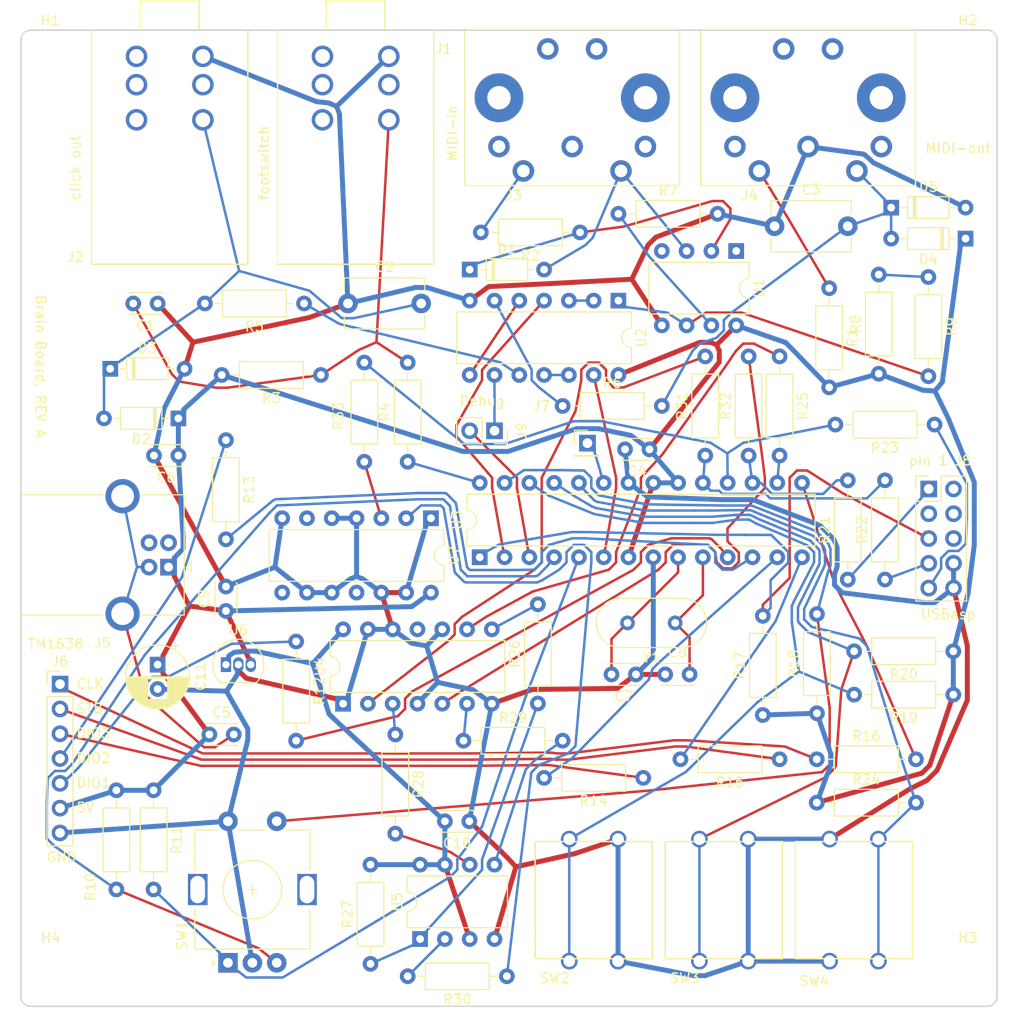
<source format=kicad_pcb>
(kicad_pcb (version 20171130) (host pcbnew "(5.1.0)")
  (layers (0 F.Cu signal) (31 B.Cu signal) (34 B.Paste user) (35 F.Paste user) (36 B.SilkS user) (37 F.SilkS user) (38 B.Mask user) (39 F.Mask user) (44 Edge.Cuts user))
  (net 0 "")
  (net 1 GND)
  (net 2 +5V)
  (net 3 "Net-(D1-Pad2)")
  (net 4 "Net-(R25-Pad1)")
  (net 5 "Net-(R26-Pad1)")
  (net 6 "Net-(C1-Pad2)")
  (net 7 "Net-(C2-Pad2)")
  (net 8 "Net-(C3-Pad2)")
  (net 9 +3V3)
  (net 10 "Net-(D1-Pad1)")
  (net 11 "Net-(J3-Pad4)")
  (net 12 "Net-(J4-Pad4)")
  (net 13 footswitch)
  (net 14 "Net-(R5-Pad1)")
  (net 15 "Net-(R6-Pad1)")
  (net 16 "Net-(R7-Pad1)")
  (net 17 "Net-(R8-Pad2)")
  (net 18 "Net-(R9-Pad2)")
  (net 19 "Net-(R10-Pad2)")
  (net 20 "Net-(R11-Pad2)")
  (net 21 "Net-(R12-Pad2)")
  (net 22 "Net-(R13-Pad2)")
  (net 23 "Net-(R14-Pad2)")
  (net 24 "Net-(R15-Pad2)")
  (net 25 "Net-(R16-Pad2)")
  (net 26 "Net-(U2-Pad5)")
  (net 27 "Net-(U2-Pad2)")
  (net 28 MIDI-out)
  (net 29 MIDI-in)
  (net 30 "Net-(U2-Pad11)")
  (net 31 click-out)
  (net 32 tm1638-clk)
  (net 33 tm1638-dio-1)
  (net 34 tm1638-dio-2)
  (net 35 tm1638-dio-3)
  (net 36 tm1638-stb)
  (net 37 RESET)
  (net 38 "Net-(J7-Pad1)")
  (net 39 "Net-(R18-Pad2)")
  (net 40 "Net-(R19-Pad2)")
  (net 41 "Net-(R20-Pad2)")
  (net 42 /memory-module/CS)
  (net 43 SCK)
  (net 44 MOSI)
  (net 45 MISO)
  (net 46 "Net-(C5-Pad2)")
  (net 47 "Net-(C7-Pad2)")
  (net 48 "Net-(C8-Pad2)")
  (net 49 "Net-(J8-Pad9)")
  (net 50 "Net-(J8-Pad7)")
  (net 51 "Net-(J8-Pad1)")
  (net 52 "Net-(R24-Pad2)")
  (net 53 "Net-(R26-Pad2)")
  (net 54 "Net-(R28-Pad2)")
  (net 55 "Net-(R28-Pad1)")
  (net 56 "Net-(R29-Pad2)")
  (net 57 "Net-(R29-Pad1)")
  (net 58 "Net-(R30-Pad2)")
  (net 59 "Net-(R30-Pad1)")
  (net 60 "Net-(R31-Pad2)")
  (net 61 "Net-(R32-Pad2)")
  (net 62 "Net-(R33-Pad2)")
  (net 63 "Net-(J9-Pad1)")
  (module Capacitor_THT:CP_Radial_D6.3mm_P2.50mm (layer F.Cu) (at 159.8 158.58 270)
    (fp_text reference C11 (at 1.25 -4.4 270) (layer F.SilkS))
    (fp_text value 10uF)
    (pad 2 thru_hole circle (at 2.5 0 270) (size 1.6 1.6) (drill 0.8) (layers *.Cu *.Mask) (net 1 GND))
    (pad 1 thru_hole rect (at 0 0 270) (size 1.6 1.6) (drill 0.8) (layers *.Cu *.Mask) (net 2 +5V))
  )
  (module Connector_PinSocket_2.54mm:PinSocket_1x02_P2.54mm_Vertical (layer F.Cu) (at 194.31 134.62 270)
    (fp_text reference J9 (at 0 -2.77 270) (layer F.SilkS))
    (fp_text value Conn_01x02_Male)
    (pad 2 thru_hole oval (at 0 2.54 270) (size 1.7 1.7) (drill 1) (layers *.Cu *.Mask) (net 28 MIDI-out))
    (pad 1 thru_hole rect (at 0 0 270) (size 1.7 1.7) (drill 1) (layers *.Cu *.Mask) (net 63 "Net-(J9-Pad1)"))
  )
  (module MountingHole:MountingHole_3mm (layer F.Cu) (at 148.844 190.58)
    (fp_text reference H4 (at 0 -4) (layer F.SilkS))
    (fp_text value MountingHole)
    (pad 1 np_thru_hole circle (at 0 0) (size 3 3) (drill 3) (layers *.Cu *.Mask))
  )
  (module MountingHole:MountingHole_3mm (layer F.Cu) (at 242.8 190.58)
    (fp_text reference H3 (at 0 -4) (layer F.SilkS))
    (fp_text value MountingHole)
    (pad 1 np_thru_hole circle (at 0 0) (size 3 3) (drill 3) (layers *.Cu *.Mask))
  )
  (module MountingHole:MountingHole_3mm (layer F.Cu) (at 242.8 96.58)
    (fp_text reference H2 (at 0 -4) (layer F.SilkS))
    (fp_text value MountingHole)
    (pad 1 np_thru_hole circle (at 0 0) (size 3 3) (drill 3) (layers *.Cu *.Mask))
  )
  (module MountingHole:MountingHole_3mm (layer F.Cu) (at 148.8 96.58)
    (fp_text reference H1 (at 0 -4) (layer F.SilkS))
    (fp_text value MountingHole)
    (pad 1 np_thru_hole circle (at 0 0) (size 3 3) (drill 3) (layers *.Cu *.Mask))
  )
  (module Package_DIP:DIP-14_W7.62mm (layer F.Cu) (at 187.8 143.58 270)
    (fp_text reference U7 (at 3.81 -2.33 270) (layer F.SilkS))
    (fp_text value SN74AHCT125)
    (pad 14 thru_hole oval (at 7.62 0 270) (size 1.6 1.6) (drill 0.8) (layers *.Cu *.Mask) (net 2 +5V))
    (pad 7 thru_hole oval (at 0 15.24 270) (size 1.6 1.6) (drill 0.8) (layers *.Cu *.Mask) (net 1 GND))
    (pad 13 thru_hole oval (at 7.62 2.54 270) (size 1.6 1.6) (drill 0.8) (layers *.Cu *.Mask) (net 1 GND))
    (pad 6 thru_hole oval (at 0 12.7 270) (size 1.6 1.6) (drill 0.8) (layers *.Cu *.Mask))
    (pad 12 thru_hole oval (at 7.62 5.08 270) (size 1.6 1.6) (drill 0.8) (layers *.Cu *.Mask) (net 1 GND))
    (pad 5 thru_hole oval (at 0 10.16 270) (size 1.6 1.6) (drill 0.8) (layers *.Cu *.Mask) (net 1 GND))
    (pad 11 thru_hole oval (at 7.62 7.62 270) (size 1.6 1.6) (drill 0.8) (layers *.Cu *.Mask))
    (pad 4 thru_hole oval (at 0 7.62 270) (size 1.6 1.6) (drill 0.8) (layers *.Cu *.Mask) (net 1 GND))
    (pad 10 thru_hole oval (at 7.62 10.16 270) (size 1.6 1.6) (drill 0.8) (layers *.Cu *.Mask) (net 1 GND))
    (pad 3 thru_hole oval (at 0 5.08 270) (size 1.6 1.6) (drill 0.8) (layers *.Cu *.Mask) (net 62 "Net-(R33-Pad2)"))
    (pad 9 thru_hole oval (at 7.62 12.7 270) (size 1.6 1.6) (drill 0.8) (layers *.Cu *.Mask) (net 1 GND))
    (pad 2 thru_hole oval (at 0 2.54 270) (size 1.6 1.6) (drill 0.8) (layers *.Cu *.Mask) (net 59 "Net-(R30-Pad1)"))
    (pad 8 thru_hole oval (at 7.62 15.24 270) (size 1.6 1.6) (drill 0.8) (layers *.Cu *.Mask))
    (pad 1 thru_hole rect (at 0 0 270) (size 1.6 1.6) (drill 0.8) (layers *.Cu *.Mask) (net 1 GND))
  )
  (module Package_TO_SOT_THT:TO-92_Inline (layer F.Cu) (at 166.8 158.58)
    (fp_text reference U6 (at 1.27 -3.56) (layer F.SilkS))
    (fp_text value LP2950CZ-3.3G)
    (pad 1 thru_hole rect (at 0 0) (size 1.05 1.5) (drill 0.75) (layers *.Cu *.Mask) (net 9 +3V3))
    (pad 3 thru_hole oval (at 2.54 0) (size 1.05 1.5) (drill 0.75) (layers *.Cu *.Mask) (net 2 +5V))
    (pad 2 thru_hole oval (at 1.27 0) (size 1.05 1.5) (drill 0.75) (layers *.Cu *.Mask) (net 1 GND))
  )
  (module Package_DIP:DIP-8_W7.62mm (layer F.Cu) (at 186.69 186.69 90)
    (fp_text reference U5 (at 3.81 -2.33 90) (layer F.SilkS))
    (fp_text value MB85RS2MT)
    (pad 8 thru_hole oval (at 7.62 0 90) (size 1.6 1.6) (drill 0.8) (layers *.Cu *.Mask) (net 9 +3V3))
    (pad 4 thru_hole oval (at 0 7.62 90) (size 1.6 1.6) (drill 0.8) (layers *.Cu *.Mask) (net 1 GND))
    (pad 7 thru_hole oval (at 7.62 2.54 90) (size 1.6 1.6) (drill 0.8) (layers *.Cu *.Mask) (net 9 +3V3))
    (pad 3 thru_hole oval (at 0 5.08 90) (size 1.6 1.6) (drill 0.8) (layers *.Cu *.Mask) (net 9 +3V3))
    (pad 6 thru_hole oval (at 7.62 5.08 90) (size 1.6 1.6) (drill 0.8) (layers *.Cu *.Mask) (net 54 "Net-(R28-Pad2)"))
    (pad 2 thru_hole oval (at 0 2.54 90) (size 1.6 1.6) (drill 0.8) (layers *.Cu *.Mask) (net 58 "Net-(R30-Pad2)"))
    (pad 5 thru_hole oval (at 7.62 7.62 90) (size 1.6 1.6) (drill 0.8) (layers *.Cu *.Mask) (net 56 "Net-(R29-Pad2)"))
    (pad 1 thru_hole rect (at 0 0 90) (size 1.6 1.6) (drill 0.8) (layers *.Cu *.Mask) (net 5 "Net-(R26-Pad1)"))
  )
  (module Package_DIP:DIP-14_W7.62mm (layer F.Cu) (at 178.8 162.58 90)
    (fp_text reference U4 (at 3.81 -2.33 90) (layer F.SilkS))
    (fp_text value SN74AHC125)
    (pad 14 thru_hole oval (at 7.62 0 90) (size 1.6 1.6) (drill 0.8) (layers *.Cu *.Mask) (net 9 +3V3))
    (pad 7 thru_hole oval (at 0 15.24 90) (size 1.6 1.6) (drill 0.8) (layers *.Cu *.Mask) (net 1 GND))
    (pad 13 thru_hole oval (at 7.62 2.54 90) (size 1.6 1.6) (drill 0.8) (layers *.Cu *.Mask) (net 1 GND))
    (pad 6 thru_hole oval (at 0 12.7 90) (size 1.6 1.6) (drill 0.8) (layers *.Cu *.Mask) (net 57 "Net-(R29-Pad1)"))
    (pad 12 thru_hole oval (at 7.62 5.08 90) (size 1.6 1.6) (drill 0.8) (layers *.Cu *.Mask) (net 1 GND))
    (pad 5 thru_hole oval (at 0 10.16 90) (size 1.6 1.6) (drill 0.8) (layers *.Cu *.Mask) (net 61 "Net-(R32-Pad2)"))
    (pad 11 thru_hole oval (at 7.62 7.62 90) (size 1.6 1.6) (drill 0.8) (layers *.Cu *.Mask))
    (pad 4 thru_hole oval (at 0 7.62 90) (size 1.6 1.6) (drill 0.8) (layers *.Cu *.Mask) (net 1 GND))
    (pad 10 thru_hole oval (at 7.62 10.16 90) (size 1.6 1.6) (drill 0.8) (layers *.Cu *.Mask) (net 1 GND))
    (pad 3 thru_hole oval (at 0 5.08 90) (size 1.6 1.6) (drill 0.8) (layers *.Cu *.Mask) (net 55 "Net-(R28-Pad1)"))
    (pad 9 thru_hole oval (at 7.62 12.7 90) (size 1.6 1.6) (drill 0.8) (layers *.Cu *.Mask) (net 4 "Net-(R25-Pad1)"))
    (pad 2 thru_hole oval (at 0 2.54 90) (size 1.6 1.6) (drill 0.8) (layers *.Cu *.Mask) (net 60 "Net-(R31-Pad2)"))
    (pad 8 thru_hole oval (at 7.62 15.24 90) (size 1.6 1.6) (drill 0.8) (layers *.Cu *.Mask) (net 53 "Net-(R26-Pad2)"))
    (pad 1 thru_hole rect (at 0 0 90) (size 1.6 1.6) (drill 0.8) (layers *.Cu *.Mask) (net 1 GND))
  )
  (module Package_DIP:DIP-28_W7.62mm (layer F.Cu) (at 192.8 147.58 90)
    (fp_text reference U3 (at 3.81 -2.33 90) (layer F.SilkS))
    (fp_text value ATmega328-PU)
    (pad 28 thru_hole oval (at 7.62 0 90) (size 1.6 1.6) (drill 0.8) (layers *.Cu *.Mask) (net 13 footswitch))
    (pad 14 thru_hole oval (at 0 33.02 90) (size 1.6 1.6) (drill 0.8) (layers *.Cu *.Mask) (net 24 "Net-(R15-Pad2)"))
    (pad 27 thru_hole oval (at 7.62 2.54 90) (size 1.6 1.6) (drill 0.8) (layers *.Cu *.Mask) (net 39 "Net-(R18-Pad2)"))
    (pad 13 thru_hole oval (at 0 30.48 90) (size 1.6 1.6) (drill 0.8) (layers *.Cu *.Mask) (net 23 "Net-(R14-Pad2)"))
    (pad 26 thru_hole oval (at 7.62 5.08 90) (size 1.6 1.6) (drill 0.8) (layers *.Cu *.Mask) (net 40 "Net-(R19-Pad2)"))
    (pad 12 thru_hole oval (at 0 27.94 90) (size 1.6 1.6) (drill 0.8) (layers *.Cu *.Mask) (net 22 "Net-(R13-Pad2)"))
    (pad 25 thru_hole oval (at 7.62 7.62 90) (size 1.6 1.6) (drill 0.8) (layers *.Cu *.Mask) (net 41 "Net-(R20-Pad2)"))
    (pad 11 thru_hole oval (at 0 25.4 90) (size 1.6 1.6) (drill 0.8) (layers *.Cu *.Mask) (net 21 "Net-(R12-Pad2)"))
    (pad 24 thru_hole oval (at 7.62 10.16 90) (size 1.6 1.6) (drill 0.8) (layers *.Cu *.Mask) (net 52 "Net-(R24-Pad2)"))
    (pad 10 thru_hole oval (at 0 22.86 90) (size 1.6 1.6) (drill 0.8) (layers *.Cu *.Mask) (net 48 "Net-(C8-Pad2)"))
    (pad 23 thru_hole oval (at 7.62 12.7 90) (size 1.6 1.6) (drill 0.8) (layers *.Cu *.Mask) (net 38 "Net-(J7-Pad1)"))
    (pad 9 thru_hole oval (at 0 20.32 90) (size 1.6 1.6) (drill 0.8) (layers *.Cu *.Mask) (net 47 "Net-(C7-Pad2)"))
    (pad 22 thru_hole oval (at 7.62 15.24 90) (size 1.6 1.6) (drill 0.8) (layers *.Cu *.Mask) (net 1 GND))
    (pad 8 thru_hole oval (at 0 17.78 90) (size 1.6 1.6) (drill 0.8) (layers *.Cu *.Mask) (net 1 GND))
    (pad 21 thru_hole oval (at 7.62 17.78 90) (size 1.6 1.6) (drill 0.8) (layers *.Cu *.Mask) (net 2 +5V))
    (pad 7 thru_hole oval (at 0 15.24 90) (size 1.6 1.6) (drill 0.8) (layers *.Cu *.Mask) (net 2 +5V))
    (pad 20 thru_hole oval (at 7.62 20.32 90) (size 1.6 1.6) (drill 0.8) (layers *.Cu *.Mask) (net 2 +5V))
    (pad 6 thru_hole oval (at 0 12.7 90) (size 1.6 1.6) (drill 0.8) (layers *.Cu *.Mask) (net 31 click-out))
    (pad 19 thru_hole oval (at 7.62 22.86 90) (size 1.6 1.6) (drill 0.8) (layers *.Cu *.Mask) (net 43 SCK))
    (pad 5 thru_hole oval (at 0 10.16 90) (size 1.6 1.6) (drill 0.8) (layers *.Cu *.Mask) (net 20 "Net-(R11-Pad2)"))
    (pad 18 thru_hole oval (at 7.62 25.4 90) (size 1.6 1.6) (drill 0.8) (layers *.Cu *.Mask) (net 45 MISO))
    (pad 4 thru_hole oval (at 0 7.62 90) (size 1.6 1.6) (drill 0.8) (layers *.Cu *.Mask) (net 19 "Net-(R10-Pad2)"))
    (pad 17 thru_hole oval (at 7.62 27.94 90) (size 1.6 1.6) (drill 0.8) (layers *.Cu *.Mask) (net 44 MOSI))
    (pad 3 thru_hole oval (at 0 5.08 90) (size 1.6 1.6) (drill 0.8) (layers *.Cu *.Mask) (net 28 MIDI-out))
    (pad 16 thru_hole oval (at 7.62 30.48 90) (size 1.6 1.6) (drill 0.8) (layers *.Cu *.Mask) (net 42 /memory-module/CS))
    (pad 2 thru_hole oval (at 0 2.54 90) (size 1.6 1.6) (drill 0.8) (layers *.Cu *.Mask) (net 29 MIDI-in))
    (pad 15 thru_hole oval (at 7.62 33.02 90) (size 1.6 1.6) (drill 0.8) (layers *.Cu *.Mask) (net 25 "Net-(R16-Pad2)"))
    (pad 1 thru_hole rect (at 0 0 90) (size 1.6 1.6) (drill 0.8) (layers *.Cu *.Mask) (net 37 RESET))
  )
  (module Resistor_THT:R_Axial_DIN0207_L6.3mm_D2.5mm_P10.16mm_Horizontal (layer F.Cu) (at 180.975 127.635 270)
    (fp_text reference R33 (at 5.461 2.667 270) (layer F.SilkS))
    (fp_text value 33)
    (pad 2 thru_hole oval (at 10.16 0 270) (size 1.6 1.6) (drill 0.8) (layers *.Cu *.Mask) (net 62 "Net-(R33-Pad2)"))
    (pad 1 thru_hole circle (at 0 0 270) (size 1.6 1.6) (drill 0.8) (layers *.Cu *.Mask) (net 45 MISO))
  )
  (module Resistor_THT:R_Axial_DIN0207_L6.3mm_D2.5mm_P10.16mm_Horizontal (layer F.Cu) (at 220.345 137.16 90)
    (fp_text reference R32 (at 5.08 -2.37 90) (layer F.SilkS))
    (fp_text value 33)
    (pad 2 thru_hole oval (at 10.16 0 90) (size 1.6 1.6) (drill 0.8) (layers *.Cu *.Mask) (net 61 "Net-(R32-Pad2)"))
    (pad 1 thru_hole circle (at 0 0 90) (size 1.6 1.6) (drill 0.8) (layers *.Cu *.Mask) (net 44 MOSI))
  )
  (module Resistor_THT:R_Axial_DIN0207_L6.3mm_D2.5mm_P10.16mm_Horizontal (layer F.Cu) (at 215.9 137.16 90)
    (fp_text reference R31 (at 5.08 -2.37 90) (layer F.SilkS))
    (fp_text value 33)
    (pad 2 thru_hole oval (at 10.16 0 90) (size 1.6 1.6) (drill 0.8) (layers *.Cu *.Mask) (net 60 "Net-(R31-Pad2)"))
    (pad 1 thru_hole circle (at 0 0 90) (size 1.6 1.6) (drill 0.8) (layers *.Cu *.Mask) (net 43 SCK))
  )
  (module Resistor_THT:R_Axial_DIN0207_L6.3mm_D2.5mm_P10.16mm_Horizontal (layer F.Cu) (at 195.58 190.5 180)
    (fp_text reference R30 (at 5.08 -2.37 180) (layer F.SilkS))
    (fp_text value 33)
    (pad 2 thru_hole oval (at 10.16 0 180) (size 1.6 1.6) (drill 0.8) (layers *.Cu *.Mask) (net 58 "Net-(R30-Pad2)"))
    (pad 1 thru_hole circle (at 0 0 180) (size 1.6 1.6) (drill 0.8) (layers *.Cu *.Mask) (net 59 "Net-(R30-Pad1)"))
  )
  (module Resistor_THT:R_Axial_DIN0207_L6.3mm_D2.5mm_P10.16mm_Horizontal (layer F.Cu) (at 191.135 166.37)
    (fp_text reference R29 (at 5.08 -2.37) (layer F.SilkS))
    (fp_text value 33)
    (pad 2 thru_hole oval (at 10.16 0) (size 1.6 1.6) (drill 0.8) (layers *.Cu *.Mask) (net 56 "Net-(R29-Pad2)"))
    (pad 1 thru_hole circle (at 0 0) (size 1.6 1.6) (drill 0.8) (layers *.Cu *.Mask) (net 57 "Net-(R29-Pad1)"))
  )
  (module Resistor_THT:R_Axial_DIN0207_L6.3mm_D2.5mm_P10.16mm_Horizontal (layer F.Cu) (at 184.15 165.735 270)
    (fp_text reference R28 (at 5.08 -2.37 270) (layer F.SilkS))
    (fp_text value 33)
    (pad 2 thru_hole oval (at 10.16 0 270) (size 1.6 1.6) (drill 0.8) (layers *.Cu *.Mask) (net 54 "Net-(R28-Pad2)"))
    (pad 1 thru_hole circle (at 0 0 270) (size 1.6 1.6) (drill 0.8) (layers *.Cu *.Mask) (net 55 "Net-(R28-Pad1)"))
  )
  (module Resistor_THT:R_Axial_DIN0207_L6.3mm_D2.5mm_P10.16mm_Horizontal (layer F.Cu) (at 181.61 189.23 90)
    (fp_text reference R27 (at 5.08 -2.37 90) (layer F.SilkS))
    (fp_text value 10k)
    (pad 2 thru_hole oval (at 10.16 0 90) (size 1.6 1.6) (drill 0.8) (layers *.Cu *.Mask) (net 9 +3V3))
    (pad 1 thru_hole circle (at 0 0 90) (size 1.6 1.6) (drill 0.8) (layers *.Cu *.Mask) (net 5 "Net-(R26-Pad1)"))
  )
  (module Resistor_THT:R_Axial_DIN0207_L6.3mm_D2.5mm_P10.16mm_Horizontal (layer F.Cu) (at 198.755 162.56 90)
    (fp_text reference R26 (at 5.08 -2.37 90) (layer F.SilkS))
    (fp_text value 33)
    (pad 2 thru_hole oval (at 10.16 0 90) (size 1.6 1.6) (drill 0.8) (layers *.Cu *.Mask) (net 53 "Net-(R26-Pad2)"))
    (pad 1 thru_hole circle (at 0 0 90) (size 1.6 1.6) (drill 0.8) (layers *.Cu *.Mask) (net 5 "Net-(R26-Pad1)"))
  )
  (module Resistor_THT:R_Axial_DIN0207_L6.3mm_D2.5mm_P10.16mm_Horizontal (layer F.Cu) (at 223.52 127 270)
    (fp_text reference R25 (at 5.08 -2.37 270) (layer F.SilkS))
    (fp_text value 33)
    (pad 2 thru_hole oval (at 10.16 0 270) (size 1.6 1.6) (drill 0.8) (layers *.Cu *.Mask) (net 42 /memory-module/CS))
    (pad 1 thru_hole circle (at 0 0 270) (size 1.6 1.6) (drill 0.8) (layers *.Cu *.Mask) (net 4 "Net-(R25-Pad1)"))
  )
  (module Resistor_THT:R_Axial_DIN0207_L6.3mm_D2.5mm_P10.16mm_Horizontal (layer F.Cu) (at 227.33 172.72)
    (fp_text reference R24 (at 5.08 -2.37) (layer F.SilkS))
    (fp_text value 10k)
    (pad 2 thru_hole oval (at 10.16 0) (size 1.6 1.6) (drill 0.8) (layers *.Cu *.Mask) (net 52 "Net-(R24-Pad2)"))
    (pad 1 thru_hole circle (at 0 0) (size 1.6 1.6) (drill 0.8) (layers *.Cu *.Mask) (net 2 +5V))
  )
  (module Resistor_THT:R_Axial_DIN0207_L6.3mm_D2.5mm_P10.16mm_Horizontal (layer F.Cu) (at 239.395 133.985 180)
    (fp_text reference R23 (at 5.08 -2.37 180) (layer F.SilkS))
    (fp_text value 1k)
    (pad 2 thru_hole oval (at 10.16 0 180) (size 1.6 1.6) (drill 0.8) (layers *.Cu *.Mask) (net 45 MISO))
    (pad 1 thru_hole circle (at 0 0 180) (size 1.6 1.6) (drill 0.8) (layers *.Cu *.Mask) (net 49 "Net-(J8-Pad9)"))
  )
  (module Resistor_THT:R_Axial_DIN0207_L6.3mm_D2.5mm_P10.16mm_Horizontal (layer F.Cu) (at 234.315 149.86 90)
    (fp_text reference R22 (at 5.08 -2.37 90) (layer F.SilkS))
    (fp_text value 1k)
    (pad 2 thru_hole oval (at 10.16 0 90) (size 1.6 1.6) (drill 0.8) (layers *.Cu *.Mask) (net 43 SCK))
    (pad 1 thru_hole circle (at 0 0 90) (size 1.6 1.6) (drill 0.8) (layers *.Cu *.Mask) (net 50 "Net-(J8-Pad7)"))
  )
  (module Connector_PinHeader_2.54mm:PinHeader_2x05_P2.54mm_Vertical (layer F.Cu) (at 238.8 140.58)
    (fp_text reference J8 (at 3.516 -2.912) (layer F.SilkS))
    (fp_text value ISP)
    (pad 10 thru_hole oval (at 2.54 10.16) (size 1.7 1.7) (drill 1) (layers *.Cu *.Mask) (net 1 GND))
    (pad 9 thru_hole oval (at 0 10.16) (size 1.7 1.7) (drill 1) (layers *.Cu *.Mask) (net 49 "Net-(J8-Pad9)"))
    (pad 8 thru_hole oval (at 2.54 7.62) (size 1.7 1.7) (drill 1) (layers *.Cu *.Mask) (net 1 GND))
    (pad 7 thru_hole oval (at 0 7.62) (size 1.7 1.7) (drill 1) (layers *.Cu *.Mask) (net 50 "Net-(J8-Pad7)"))
    (pad 6 thru_hole oval (at 2.54 5.08) (size 1.7 1.7) (drill 1) (layers *.Cu *.Mask))
    (pad 5 thru_hole oval (at 0 5.08) (size 1.7 1.7) (drill 1) (layers *.Cu *.Mask) (net 37 RESET))
    (pad 4 thru_hole oval (at 2.54 2.54) (size 1.7 1.7) (drill 1) (layers *.Cu *.Mask))
    (pad 3 thru_hole oval (at 0 2.54) (size 1.7 1.7) (drill 1) (layers *.Cu *.Mask))
    (pad 2 thru_hole oval (at 2.54 0) (size 1.7 1.7) (drill 1) (layers *.Cu *.Mask))
    (pad 1 thru_hole rect (at 0 0) (size 1.7 1.7) (drill 1) (layers *.Cu *.Mask) (net 51 "Net-(J8-Pad1)"))
  )
  (module Connector_PinHeader_2.54mm:PinHeader_1x01_P2.54mm_Vertical (layer F.Cu) (at 203.835 135.89)
    (fp_text reference J7 (at -4.699 -3.81) (layer F.SilkS))
    (fp_text value "free IO")
    (pad 1 thru_hole rect (at 0 0) (size 1.7 1.7) (drill 1) (layers *.Cu *.Mask) (net 38 "Net-(J7-Pad1)"))
  )
  (module Connector_PinHeader_2.54mm:PinHeader_1x07_P2.54mm_Vertical (layer F.Cu) (at 149.8 160.58)
    (fp_text reference J6 (at 0 -2.33) (layer F.SilkS))
    (fp_text value Conn_01x07)
    (pad 7 thru_hole oval (at 0 15.24) (size 1.7 1.7) (drill 1) (layers *.Cu *.Mask) (net 1 GND))
    (pad 6 thru_hole oval (at 0 12.7) (size 1.7 1.7) (drill 1) (layers *.Cu *.Mask) (net 2 +5V))
    (pad 5 thru_hole oval (at 0 10.16) (size 1.7 1.7) (drill 1) (layers *.Cu *.Mask) (net 33 tm1638-dio-1))
    (pad 4 thru_hole oval (at 0 7.62) (size 1.7 1.7) (drill 1) (layers *.Cu *.Mask) (net 34 tm1638-dio-2))
    (pad 3 thru_hole oval (at 0 5.08) (size 1.7 1.7) (drill 1) (layers *.Cu *.Mask) (net 35 tm1638-dio-3))
    (pad 2 thru_hole oval (at 0 2.54) (size 1.7 1.7) (drill 1) (layers *.Cu *.Mask) (net 36 tm1638-stb))
    (pad 1 thru_hole rect (at 0 0) (size 1.7 1.7) (drill 1) (layers *.Cu *.Mask) (net 32 tm1638-clk))
  )
  (module Capacitor_THT:C_Disc_D8.0mm_W5.0mm_P7.50mm (layer F.Cu) (at 179.3 121.58)
    (fp_text reference C2 (at 3.75 -3.75) (layer F.SilkS))
    (fp_text value 1nF)
    (pad 2 thru_hole circle (at 7.5 0) (size 2 2) (drill 1) (layers *.Cu *.Mask) (net 7 "Net-(C2-Pad2)"))
    (pad 1 thru_hole circle (at 0 0) (size 2 2) (drill 1) (layers *.Cu *.Mask) (net 1 GND))
  )
  (module Capacitor_THT:C_Disc_D3.0mm_W2.0mm_P2.50mm (layer F.Cu) (at 159.8 121.58 180)
    (fp_text reference C1 (at 1.25 -2.25 180) (layer F.SilkS))
    (fp_text value 100nF)
    (pad 2 thru_hole circle (at 2.5 0 180) (size 1.6 1.6) (drill 0.8) (layers *.Cu *.Mask) (net 6 "Net-(C1-Pad2)"))
    (pad 1 thru_hole circle (at 0 0 180) (size 1.6 1.6) (drill 0.8) (layers *.Cu *.Mask) (net 1 GND))
  )
  (module Resistor_THT:R_Axial_DIN0207_L6.3mm_D2.5mm_P10.16mm_Horizontal (layer F.Cu) (at 230.505 149.86 90)
    (fp_text reference R21 (at 5.08 -2.37 90) (layer F.SilkS))
    (fp_text value 1k)
    (pad 2 thru_hole oval (at 10.16 0 90) (size 1.6 1.6) (drill 0.8) (layers *.Cu *.Mask) (net 44 MOSI))
    (pad 1 thru_hole circle (at 0 0 90) (size 1.6 1.6) (drill 0.8) (layers *.Cu *.Mask) (net 51 "Net-(J8-Pad1)"))
  )
  (module Resistor_THT:R_Axial_DIN0207_L6.3mm_D2.5mm_P10.16mm_Horizontal (layer F.Cu) (at 241.315 157.21 180)
    (fp_text reference R20 (at 5.08 -2.37 180) (layer F.SilkS))
    (fp_text value 10k)
    (pad 2 thru_hole oval (at 10.16 0 180) (size 1.6 1.6) (drill 0.8) (layers *.Cu *.Mask) (net 41 "Net-(R20-Pad2)"))
    (pad 1 thru_hole circle (at 0 0 180) (size 1.6 1.6) (drill 0.8) (layers *.Cu *.Mask) (net 2 +5V))
  )
  (module Resistor_THT:R_Axial_DIN0207_L6.3mm_D2.5mm_P10.16mm_Horizontal (layer F.Cu) (at 241.315 161.655 180)
    (fp_text reference R19 (at 5.08 -2.37 180) (layer F.SilkS))
    (fp_text value 10k)
    (pad 2 thru_hole oval (at 10.16 0 180) (size 1.6 1.6) (drill 0.8) (layers *.Cu *.Mask) (net 40 "Net-(R19-Pad2)"))
    (pad 1 thru_hole circle (at 0 0 180) (size 1.6 1.6) (drill 0.8) (layers *.Cu *.Mask) (net 2 +5V))
  )
  (module Resistor_THT:R_Axial_DIN0207_L6.3mm_D2.5mm_P10.16mm_Horizontal (layer F.Cu) (at 227.345 163.56 90)
    (fp_text reference R18 (at 5.08 -2.37 90) (layer F.SilkS))
    (fp_text value 10k)
    (pad 2 thru_hole oval (at 10.16 0 90) (size 1.6 1.6) (drill 0.8) (layers *.Cu *.Mask) (net 39 "Net-(R18-Pad2)"))
    (pad 1 thru_hole circle (at 0 0 90) (size 1.6 1.6) (drill 0.8) (layers *.Cu *.Mask) (net 2 +5V))
  )
  (module Resistor_THT:R_Axial_DIN0207_L6.3mm_D2.5mm_P10.16mm_Horizontal (layer F.Cu) (at 221.8 163.74 90)
    (fp_text reference R17 (at 5.08 -2.37 90) (layer F.SilkS))
    (fp_text value 10k)
    (pad 2 thru_hole oval (at 10.16 0 90) (size 1.6 1.6) (drill 0.8) (layers *.Cu *.Mask) (net 37 RESET))
    (pad 1 thru_hole circle (at 0 0 90) (size 1.6 1.6) (drill 0.8) (layers *.Cu *.Mask) (net 2 +5V))
  )
  (module Resistor_THT:R_Axial_DIN0207_L6.3mm_D2.5mm_P10.16mm_Horizontal (layer F.Cu) (at 227.33 168.275)
    (fp_text reference R16 (at 5.08 -2.37) (layer F.SilkS))
    (fp_text value 33)
    (pad 2 thru_hole oval (at 10.16 0) (size 1.6 1.6) (drill 0.8) (layers *.Cu *.Mask) (net 25 "Net-(R16-Pad2)"))
    (pad 1 thru_hole circle (at 0 0) (size 1.6 1.6) (drill 0.8) (layers *.Cu *.Mask) (net 32 tm1638-clk))
  )
  (module Resistor_THT:R_Axial_DIN0207_L6.3mm_D2.5mm_P10.16mm_Horizontal (layer F.Cu) (at 223.52 168.275 180)
    (fp_text reference R15 (at 5.08 -2.37 180) (layer F.SilkS))
    (fp_text value 33)
    (pad 2 thru_hole oval (at 10.16 0 180) (size 1.6 1.6) (drill 0.8) (layers *.Cu *.Mask) (net 24 "Net-(R15-Pad2)"))
    (pad 1 thru_hole circle (at 0 0 180) (size 1.6 1.6) (drill 0.8) (layers *.Cu *.Mask) (net 36 tm1638-stb))
  )
  (module Resistor_THT:R_Axial_DIN0207_L6.3mm_D2.5mm_P10.16mm_Horizontal (layer F.Cu) (at 209.55 170.18 180)
    (fp_text reference R14 (at 5.08 -2.37 180) (layer F.SilkS))
    (fp_text value 33)
    (pad 2 thru_hole oval (at 10.16 0 180) (size 1.6 1.6) (drill 0.8) (layers *.Cu *.Mask) (net 23 "Net-(R14-Pad2)"))
    (pad 1 thru_hole circle (at 0 0 180) (size 1.6 1.6) (drill 0.8) (layers *.Cu *.Mask) (net 35 tm1638-dio-3))
  )
  (module Resistor_THT:R_Axial_DIN0207_L6.3mm_D2.5mm_P10.16mm_Horizontal (layer F.Cu) (at 166.8 135.58 270)
    (fp_text reference R13 (at 5.08 -2.37 270) (layer F.SilkS))
    (fp_text value 33)
    (pad 2 thru_hole oval (at 10.16 0 270) (size 1.6 1.6) (drill 0.8) (layers *.Cu *.Mask) (net 22 "Net-(R13-Pad2)"))
    (pad 1 thru_hole circle (at 0 0 270) (size 1.6 1.6) (drill 0.8) (layers *.Cu *.Mask) (net 34 tm1638-dio-2))
  )
  (module Resistor_THT:R_Axial_DIN0207_L6.3mm_D2.5mm_P10.16mm_Horizontal (layer F.Cu) (at 173.99 156.21 270)
    (fp_text reference R12 (at 5.08 -2.37 270) (layer F.SilkS))
    (fp_text value 33)
    (pad 2 thru_hole oval (at 10.16 0 270) (size 1.6 1.6) (drill 0.8) (layers *.Cu *.Mask) (net 21 "Net-(R12-Pad2)"))
    (pad 1 thru_hole circle (at 0 0 270) (size 1.6 1.6) (drill 0.8) (layers *.Cu *.Mask) (net 33 tm1638-dio-1))
  )
  (module Resistor_THT:R_Axial_DIN0207_L6.3mm_D2.5mm_P10.16mm_Horizontal (layer F.Cu) (at 159.385 171.45 270)
    (fp_text reference R11 (at 5.08 -2.37 270) (layer F.SilkS))
    (fp_text value 10k)
    (pad 2 thru_hole oval (at 10.16 0 270) (size 1.6 1.6) (drill 0.8) (layers *.Cu *.Mask) (net 20 "Net-(R11-Pad2)"))
    (pad 1 thru_hole circle (at 0 0 270) (size 1.6 1.6) (drill 0.8) (layers *.Cu *.Mask) (net 2 +5V))
  )
  (module Resistor_THT:R_Axial_DIN0207_L6.3mm_D2.5mm_P10.16mm_Horizontal (layer F.Cu) (at 155.575 171.45 270)
    (fp_text reference R10 (at 9.906 2.667 270) (layer F.SilkS))
    (fp_text value 10k)
    (pad 2 thru_hole oval (at 10.16 0 270) (size 1.6 1.6) (drill 0.8) (layers *.Cu *.Mask) (net 19 "Net-(R10-Pad2)"))
    (pad 1 thru_hole circle (at 0 0 270) (size 1.6 1.6) (drill 0.8) (layers *.Cu *.Mask) (net 2 +5V))
  )
  (module Resistor_THT:R_Axial_DIN0207_L6.3mm_D2.5mm_P10.16mm_Horizontal (layer F.Cu) (at 238.76 118.872 270)
    (fp_text reference R9 (at 5.08 -2.37 270) (layer F.SilkS))
    (fp_text value 220)
    (pad 2 thru_hole oval (at 10.16 0 270) (size 1.6 1.6) (drill 0.8) (layers *.Cu *.Mask) (net 18 "Net-(R9-Pad2)"))
    (pad 1 thru_hole circle (at 0 0 270) (size 1.6 1.6) (drill 0.8) (layers *.Cu *.Mask) (net 17 "Net-(R8-Pad2)"))
  )
  (module Resistor_THT:R_Axial_DIN0207_L6.3mm_D2.5mm_P10.16mm_Horizontal (layer F.Cu) (at 233.68 128.778 90)
    (fp_text reference R8 (at 5.08 -2.37 90) (layer F.SilkS))
    (fp_text value 220)
    (pad 2 thru_hole oval (at 10.16 0 90) (size 1.6 1.6) (drill 0.8) (layers *.Cu *.Mask) (net 17 "Net-(R8-Pad2)"))
    (pad 1 thru_hole circle (at 0 0 90) (size 1.6 1.6) (drill 0.8) (layers *.Cu *.Mask) (net 2 +5V))
  )
  (module Resistor_THT:R_Axial_DIN0207_L6.3mm_D2.5mm_P10.16mm_Horizontal (layer F.Cu) (at 207.01 112.395)
    (fp_text reference R7 (at 5.08 -2.37) (layer F.SilkS))
    (fp_text value 10k)
    (pad 2 thru_hole oval (at 10.16 0) (size 1.6 1.6) (drill 0.8) (layers *.Cu *.Mask) (net 1 GND))
    (pad 1 thru_hole circle (at 0 0) (size 1.6 1.6) (drill 0.8) (layers *.Cu *.Mask) (net 16 "Net-(R7-Pad1)"))
  )
  (module Resistor_THT:R_Axial_DIN0207_L6.3mm_D2.5mm_P10.16mm_Horizontal (layer F.Cu) (at 201.295 132.08)
    (fp_text reference R6 (at 5.08 -2.37) (layer F.SilkS))
    (fp_text value 220)
    (pad 2 thru_hole oval (at 10.16 0) (size 1.6 1.6) (drill 0.8) (layers *.Cu *.Mask) (net 8 "Net-(C3-Pad2)"))
    (pad 1 thru_hole circle (at 0 0) (size 1.6 1.6) (drill 0.8) (layers *.Cu *.Mask) (net 15 "Net-(R6-Pad1)"))
  )
  (module Resistor_THT:R_Axial_DIN0207_L6.3mm_D2.5mm_P10.16mm_Horizontal (layer F.Cu) (at 174.8 121.58 180)
    (fp_text reference R5 (at 5.08 -2.37 180) (layer F.SilkS))
    (fp_text value 220)
    (pad 2 thru_hole oval (at 10.16 0 180) (size 1.6 1.6) (drill 0.8) (layers *.Cu *.Mask) (net 7 "Net-(C2-Pad2)"))
    (pad 1 thru_hole circle (at 0 0 180) (size 1.6 1.6) (drill 0.8) (layers *.Cu *.Mask) (net 14 "Net-(R5-Pad1)"))
  )
  (module Resistor_THT:R_Axial_DIN0207_L6.3mm_D2.5mm_P10.16mm_Horizontal (layer F.Cu) (at 185.42 137.795 90)
    (fp_text reference R4 (at 5.08 -2.37 90) (layer F.SilkS))
    (fp_text value 10k)
    (pad 2 thru_hole oval (at 10.16 0 90) (size 1.6 1.6) (drill 0.8) (layers *.Cu *.Mask) (net 6 "Net-(C1-Pad2)"))
    (pad 1 thru_hole circle (at 0 0 90) (size 1.6 1.6) (drill 0.8) (layers *.Cu *.Mask) (net 13 footswitch))
  )
  (module Resistor_THT:R_Axial_DIN0207_L6.3mm_D2.5mm_P10.16mm_Horizontal (layer F.Cu) (at 176.53 128.905 180)
    (fp_text reference R3 (at 5.08 -2.37 180) (layer F.SilkS))
    (fp_text value 1k)
    (pad 2 thru_hole oval (at 10.16 0 180) (size 1.6 1.6) (drill 0.8) (layers *.Cu *.Mask) (net 2 +5V))
    (pad 1 thru_hole circle (at 0 0 180) (size 1.6 1.6) (drill 0.8) (layers *.Cu *.Mask) (net 6 "Net-(C1-Pad2)"))
  )
  (module Resistor_THT:R_Axial_DIN0207_L6.3mm_D2.5mm_P10.16mm_Horizontal (layer F.Cu) (at 203.073 114.3 180)
    (fp_text reference R2 (at 5.08 -2.37 180) (layer F.SilkS))
    (fp_text value 220)
    (pad 2 thru_hole oval (at 10.16 0 180) (size 1.6 1.6) (drill 0.8) (layers *.Cu *.Mask) (net 11 "Net-(J3-Pad4)"))
    (pad 1 thru_hole circle (at 0 0 180) (size 1.6 1.6) (drill 0.8) (layers *.Cu *.Mask) (net 10 "Net-(D1-Pad1)"))
  )
  (module Resistor_THT:R_Axial_DIN0207_L6.3mm_D2.5mm_P10.16mm_Horizontal (layer F.Cu) (at 228.6 120.015 270)
    (fp_text reference R1 (at 5.08 -2.37 270) (layer F.SilkS))
    (fp_text value 220)
    (pad 2 thru_hole oval (at 10.16 0 270) (size 1.6 1.6) (drill 0.8) (layers *.Cu *.Mask) (net 2 +5V))
    (pad 1 thru_hole circle (at 0 0 270) (size 1.6 1.6) (drill 0.8) (layers *.Cu *.Mask) (net 12 "Net-(J4-Pad4)"))
  )
  (module Capacitor_THT:C_Disc_D3.0mm_W2.0mm_P2.50mm (layer F.Cu) (at 208.8 159.58 180)
    (fp_text reference C7 (at 1.25 -2.25 180) (layer F.SilkS))
    (fp_text value 22pF)
    (pad 2 thru_hole circle (at 2.5 0 180) (size 1.6 1.6) (drill 0.8) (layers *.Cu *.Mask) (net 47 "Net-(C7-Pad2)"))
    (pad 1 thru_hole circle (at 0 0 180) (size 1.6 1.6) (drill 0.8) (layers *.Cu *.Mask) (net 1 GND))
  )
  (module Capacitor_THT:C_Disc_D3.0mm_W2.0mm_P2.50mm (layer F.Cu) (at 210.185 136.525 180)
    (fp_text reference C4 (at 1.25 -2.25 180) (layer F.SilkS))
    (fp_text value 100nF)
    (pad 2 thru_hole circle (at 2.5 0 180) (size 1.6 1.6) (drill 0.8) (layers *.Cu *.Mask) (net 1 GND))
    (pad 1 thru_hole circle (at 0 0 180) (size 1.6 1.6) (drill 0.8) (layers *.Cu *.Mask) (net 2 +5V))
  )
  (module Capacitor_THT:C_Disc_D3.0mm_W2.0mm_P2.50mm (layer F.Cu) (at 165.1 165.735)
    (fp_text reference C5 (at 1.25 -2.25) (layer F.SilkS))
    (fp_text value 100nF)
    (pad 2 thru_hole circle (at 2.5 0) (size 1.6 1.6) (drill 0.8) (layers *.Cu *.Mask) (net 46 "Net-(C5-Pad2)"))
    (pad 1 thru_hole circle (at 0 0) (size 1.6 1.6) (drill 0.8) (layers *.Cu *.Mask) (net 2 +5V))
  )
  (module Capacitor_THT:C_Disc_D3.0mm_W2.0mm_P2.50mm (layer F.Cu) (at 161.925 137.16 180)
    (fp_text reference C6 (at 1.25 -2.25 180) (layer F.SilkS))
    (fp_text value 100nF)
    (pad 2 thru_hole circle (at 2.5 0 180) (size 1.6 1.6) (drill 0.8) (layers *.Cu *.Mask) (net 1 GND))
    (pad 1 thru_hole circle (at 0 0 180) (size 1.6 1.6) (drill 0.8) (layers *.Cu *.Mask) (net 2 +5V))
  )
  (module Capacitor_THT:C_Disc_D3.0mm_W2.0mm_P2.50mm (layer F.Cu) (at 211.8 159.58)
    (fp_text reference C8 (at 1.25 -2.25) (layer F.SilkS))
    (fp_text value 22pF)
    (pad 2 thru_hole circle (at 2.5 0) (size 1.6 1.6) (drill 0.8) (layers *.Cu *.Mask) (net 48 "Net-(C8-Pad2)"))
    (pad 1 thru_hole circle (at 0 0) (size 1.6 1.6) (drill 0.8) (layers *.Cu *.Mask) (net 1 GND))
  )
  (module Capacitor_THT:C_Disc_D3.0mm_W2.0mm_P2.50mm (layer F.Cu) (at 166.8 153.08 90)
    (fp_text reference C9 (at 1.25 -2.25 90) (layer F.SilkS))
    (fp_text value 100nF)
    (pad 2 thru_hole circle (at 2.5 0 90) (size 1.6 1.6) (drill 0.8) (layers *.Cu *.Mask) (net 1 GND))
    (pad 1 thru_hole circle (at 0 0 90) (size 1.6 1.6) (drill 0.8) (layers *.Cu *.Mask) (net 2 +5V))
  )
  (module Capacitor_THT:C_Disc_D3.0mm_W2.0mm_P2.50mm (layer F.Cu) (at 191.73 174.625 180)
    (fp_text reference C10 (at 1.25 -2.25 180) (layer F.SilkS))
    (fp_text value 100nF)
    (pad 2 thru_hole circle (at 2.5 0 180) (size 1.6 1.6) (drill 0.8) (layers *.Cu *.Mask) (net 9 +3V3))
    (pad 1 thru_hole circle (at 0 0 180) (size 1.6 1.6) (drill 0.8) (layers *.Cu *.Mask) (net 1 GND))
  )
  (module Diode_THT:D_DO-35_SOD27_P7.62mm_Horizontal (layer F.Cu) (at 191.77 118.11)
    (fp_text reference D1 (at 3.81 -2.12) (layer F.SilkS))
    (fp_text value 1N4148)
    (pad 2 thru_hole oval (at 7.62 0) (size 1.6 1.6) (drill 0.8) (layers *.Cu *.Mask) (net 3 "Net-(D1-Pad2)"))
    (pad 1 thru_hole rect (at 0 0) (size 1.6 1.6) (drill 0.8) (layers *.Cu *.Mask) (net 10 "Net-(D1-Pad1)"))
  )
  (module Diode_THT:D_DO-35_SOD27_P7.62mm_Horizontal (layer F.Cu) (at 161.925 133.35 180)
    (fp_text reference D2 (at 3.81 -2.12 180) (layer F.SilkS))
    (fp_text value 1N4148)
    (pad 2 thru_hole oval (at 7.62 0 180) (size 1.6 1.6) (drill 0.8) (layers *.Cu *.Mask) (net 7 "Net-(C2-Pad2)"))
    (pad 1 thru_hole rect (at 0 0 180) (size 1.6 1.6) (drill 0.8) (layers *.Cu *.Mask) (net 2 +5V))
  )
  (module Diode_THT:D_DO-35_SOD27_P7.62mm_Horizontal (layer F.Cu) (at 154.94 128.27)
    (fp_text reference D3 (at 3.81 -2.12) (layer F.SilkS))
    (fp_text value 1N4148)
    (pad 2 thru_hole oval (at 7.62 0) (size 1.6 1.6) (drill 0.8) (layers *.Cu *.Mask) (net 1 GND))
    (pad 1 thru_hole rect (at 0 0) (size 1.6 1.6) (drill 0.8) (layers *.Cu *.Mask) (net 7 "Net-(C2-Pad2)"))
  )
  (module Diode_THT:D_DO-35_SOD27_P7.62mm_Horizontal (layer F.Cu) (at 242.57 114.935 180)
    (fp_text reference D4 (at 3.81 -2.12 180) (layer F.SilkS))
    (fp_text value 1N4148)
    (pad 2 thru_hole oval (at 7.62 0 180) (size 1.6 1.6) (drill 0.8) (layers *.Cu *.Mask) (net 8 "Net-(C3-Pad2)"))
    (pad 1 thru_hole rect (at 0 0 180) (size 1.6 1.6) (drill 0.8) (layers *.Cu *.Mask) (net 2 +5V))
  )
  (module Diode_THT:D_DO-35_SOD27_P7.62mm_Horizontal (layer F.Cu) (at 234.95 111.76)
    (fp_text reference D5 (at 3.81 -2.12) (layer F.SilkS))
    (fp_text value 1N4148)
    (pad 2 thru_hole oval (at 7.62 0) (size 1.6 1.6) (drill 0.8) (layers *.Cu *.Mask) (net 1 GND))
    (pad 1 thru_hole rect (at 0 0) (size 1.6 1.6) (drill 0.8) (layers *.Cu *.Mask) (net 8 "Net-(C3-Pad2)"))
  )
  (module Connector_USB:USB_B_OST_USB-B1HSxx_Horizontal (layer F.Cu) (at 160.92 148.59 180)
    (fp_text reference J5 (at 6.76 -7.77 180) (layer F.SilkS))
    (fp_text value USB_B)
    (pad 5 thru_hole circle (at 4.71 7.27 180) (size 3.5 3.5) (drill 2.33) (layers *.Cu *.Mask) (net 46 "Net-(C5-Pad2)"))
    (pad 5 thru_hole circle (at 4.71 -4.77 180) (size 3.5 3.5) (drill 2.33) (layers *.Cu *.Mask) (net 46 "Net-(C5-Pad2)"))
    (pad 4 thru_hole circle (at 2 0 180) (size 1.7 1.7) (drill 0.92) (layers *.Cu *.Mask) (net 46 "Net-(C5-Pad2)"))
    (pad 3 thru_hole circle (at 2 2.5 180) (size 1.7 1.7) (drill 0.92) (layers *.Cu *.Mask))
    (pad 2 thru_hole circle (at 0 2.5 180) (size 1.7 1.7) (drill 0.92) (layers *.Cu *.Mask))
    (pad 1 thru_hole rect (at 0 0 180) (size 1.7 1.7) (drill 0.92) (layers *.Cu *.Mask) (net 2 +5V))
  )
  (module Rotary_Encoder:RotaryEncoder_Alps_EC11E-Switch_Vertical_H20mm (layer F.Cu) (at 167.005 189.125 90)
    (fp_text reference SW1 (at 2.8 -4.7 90) (layer F.SilkS))
    (fp_text value Rotary_Encoder_Switch)
    (pad A thru_hole rect (at 0 0 90) (size 2 2) (drill 1) (layers *.Cu *.Mask) (net 20 "Net-(R11-Pad2)"))
    (pad C thru_hole circle (at 0 2.5 90) (size 2 2) (drill 1) (layers *.Cu *.Mask) (net 1 GND))
    (pad B thru_hole circle (at 0 5 90) (size 2 2) (drill 1) (layers *.Cu *.Mask) (net 19 "Net-(R10-Pad2)"))
    (pad MP thru_hole rect (at 7.5 -3.1 90) (size 3.2 2) (drill oval 2.8 1.5) (layers *.Cu *.Mask))
    (pad MP thru_hole rect (at 7.5 8.1 90) (size 3.2 2) (drill oval 2.8 1.5) (layers *.Cu *.Mask))
    (pad S2 thru_hole circle (at 14.5 0 90) (size 2 2) (drill 1) (layers *.Cu *.Mask) (net 1 GND))
    (pad S1 thru_hole circle (at 14.5 5 90) (size 2 2) (drill 1) (layers *.Cu *.Mask) (net 39 "Net-(R18-Pad2)"))
  )
  (module beat707:B3F-through-hole (layer F.Cu) (at 204.47 182.705 270)
    (fp_text reference SW2 (at 8 4) (layer F.SilkS))
    (fp_text value SW_Push)
    (pad 1 thru_hole circle (at 6.25 2.5 270) (size 1.7 1.7) (drill 1.2) (layers *.Cu *.Mask) (net 40 "Net-(R19-Pad2)"))
    (pad 2 thru_hole circle (at -6.25 2.5 270) (size 1.7 1.7) (drill 1.2) (layers *.Cu *.Mask) (net 40 "Net-(R19-Pad2)"))
    (pad 3 thru_hole circle (at 6.25 -2.5 270) (size 1.7 1.7) (drill 1.2) (layers *.Cu *.Mask) (net 1 GND))
    (pad 4 thru_hole circle (at -6.25 -2.5 270) (size 1.7 1.7) (drill 1.2) (layers *.Cu *.Mask) (net 1 GND))
    (pad "" np_thru_hole circle (at 0 -4.5 270) (size 1.8 1.8) (drill 1.8) (layers *.Cu *.Mask))
    (pad "" np_thru_hole circle (at 0 4.5 270) (size 1.8 1.8) (drill 1.8) (layers *.Cu *.Mask))
  )
  (module beat707:B3F-through-hole (layer F.Cu) (at 217.805 182.705 270)
    (fp_text reference SW3 (at 8 4) (layer F.SilkS))
    (fp_text value SW_Push)
    (pad 1 thru_hole circle (at 6.25 2.5 270) (size 1.7 1.7) (drill 1.2) (layers *.Cu *.Mask) (net 41 "Net-(R20-Pad2)"))
    (pad 2 thru_hole circle (at -6.25 2.5 270) (size 1.7 1.7) (drill 1.2) (layers *.Cu *.Mask) (net 41 "Net-(R20-Pad2)"))
    (pad 3 thru_hole circle (at 6.25 -2.5 270) (size 1.7 1.7) (drill 1.2) (layers *.Cu *.Mask) (net 1 GND))
    (pad 4 thru_hole circle (at -6.25 -2.5 270) (size 1.7 1.7) (drill 1.2) (layers *.Cu *.Mask) (net 1 GND))
    (pad "" np_thru_hole circle (at 0 -4.5 270) (size 1.8 1.8) (drill 1.8) (layers *.Cu *.Mask))
    (pad "" np_thru_hole circle (at 0 4.5 270) (size 1.8 1.8) (drill 1.8) (layers *.Cu *.Mask))
  )
  (module beat707:B3F-through-hole (layer F.Cu) (at 231.14 182.705 90)
    (fp_text reference SW4 (at -8.303 -4.064 180) (layer F.SilkS))
    (fp_text value SW_Push)
    (pad 1 thru_hole circle (at 6.25 2.5 90) (size 1.7 1.7) (drill 1.2) (layers *.Cu *.Mask) (net 52 "Net-(R24-Pad2)"))
    (pad 2 thru_hole circle (at -6.25 2.5 90) (size 1.7 1.7) (drill 1.2) (layers *.Cu *.Mask) (net 52 "Net-(R24-Pad2)"))
    (pad 3 thru_hole circle (at 6.25 -2.5 90) (size 1.7 1.7) (drill 1.2) (layers *.Cu *.Mask) (net 1 GND))
    (pad 4 thru_hole circle (at -6.25 -2.5 90) (size 1.7 1.7) (drill 1.2) (layers *.Cu *.Mask) (net 1 GND))
    (pad "" np_thru_hole circle (at 0 -4.5 90) (size 1.8 1.8) (drill 1.8) (layers *.Cu *.Mask))
    (pad "" np_thru_hole circle (at 0 4.5 90) (size 1.8 1.8) (drill 1.8) (layers *.Cu *.Mask))
  )
  (module Package_DIP:DIP-8_W7.62mm (layer F.Cu) (at 219.075 116.205 270)
    (fp_text reference U1 (at 3.81 -2.33 270) (layer F.SilkS))
    (fp_text value 6N138)
    (pad 8 thru_hole oval (at 7.62 0 270) (size 1.6 1.6) (drill 0.8) (layers *.Cu *.Mask) (net 2 +5V))
    (pad 4 thru_hole oval (at 0 7.62 270) (size 1.6 1.6) (drill 0.8) (layers *.Cu *.Mask))
    (pad 7 thru_hole oval (at 7.62 2.54 270) (size 1.6 1.6) (drill 0.8) (layers *.Cu *.Mask) (net 16 "Net-(R7-Pad1)"))
    (pad 3 thru_hole oval (at 0 5.08 270) (size 1.6 1.6) (drill 0.8) (layers *.Cu *.Mask) (net 3 "Net-(D1-Pad2)"))
    (pad 6 thru_hole oval (at 7.62 5.08 270) (size 1.6 1.6) (drill 0.8) (layers *.Cu *.Mask) (net 18 "Net-(R9-Pad2)"))
    (pad 2 thru_hole oval (at 0 2.54 270) (size 1.6 1.6) (drill 0.8) (layers *.Cu *.Mask) (net 10 "Net-(D1-Pad1)"))
    (pad 5 thru_hole oval (at 7.62 7.62 270) (size 1.6 1.6) (drill 0.8) (layers *.Cu *.Mask) (net 1 GND))
    (pad 1 thru_hole rect (at 0 0 270) (size 1.6 1.6) (drill 0.8) (layers *.Cu *.Mask))
  )
  (module Package_DIP:DIP-14_W7.62mm (layer F.Cu) (at 207.01 121.285 270)
    (fp_text reference U2 (at 3.81 -2.33 270) (layer F.SilkS))
    (fp_text value 74HC14)
    (pad 14 thru_hole oval (at 7.62 0 270) (size 1.6 1.6) (drill 0.8) (layers *.Cu *.Mask) (net 2 +5V))
    (pad 7 thru_hole oval (at 0 15.24 270) (size 1.6 1.6) (drill 0.8) (layers *.Cu *.Mask) (net 1 GND))
    (pad 13 thru_hole oval (at 7.62 2.54 270) (size 1.6 1.6) (drill 0.8) (layers *.Cu *.Mask) (net 31 click-out))
    (pad 6 thru_hole oval (at 0 12.7 270) (size 1.6 1.6) (drill 0.8) (layers *.Cu *.Mask) (net 15 "Net-(R6-Pad1)"))
    (pad 12 thru_hole oval (at 7.62 5.08 270) (size 1.6 1.6) (drill 0.8) (layers *.Cu *.Mask) (net 30 "Net-(U2-Pad11)"))
    (pad 5 thru_hole oval (at 0 10.16 270) (size 1.6 1.6) (drill 0.8) (layers *.Cu *.Mask) (net 26 "Net-(U2-Pad5)"))
    (pad 11 thru_hole oval (at 7.62 7.62 270) (size 1.6 1.6) (drill 0.8) (layers *.Cu *.Mask) (net 30 "Net-(U2-Pad11)"))
    (pad 4 thru_hole oval (at 0 7.62 270) (size 1.6 1.6) (drill 0.8) (layers *.Cu *.Mask) (net 29 MIDI-in))
    (pad 10 thru_hole oval (at 7.62 10.16 270) (size 1.6 1.6) (drill 0.8) (layers *.Cu *.Mask) (net 14 "Net-(R5-Pad1)"))
    (pad 3 thru_hole oval (at 0 5.08 270) (size 1.6 1.6) (drill 0.8) (layers *.Cu *.Mask) (net 27 "Net-(U2-Pad2)"))
    (pad 9 thru_hole oval (at 7.62 12.7 270) (size 1.6 1.6) (drill 0.8) (layers *.Cu *.Mask) (net 63 "Net-(J9-Pad1)"))
    (pad 2 thru_hole oval (at 0 2.54 270) (size 1.6 1.6) (drill 0.8) (layers *.Cu *.Mask) (net 27 "Net-(U2-Pad2)"))
    (pad 8 thru_hole oval (at 7.62 15.24 270) (size 1.6 1.6) (drill 0.8) (layers *.Cu *.Mask) (net 26 "Net-(U2-Pad5)"))
    (pad 1 thru_hole rect (at 0 0 270) (size 1.6 1.6) (drill 0.8) (layers *.Cu *.Mask) (net 18 "Net-(R9-Pad2)"))
  )
  (module Crystal:Crystal_HC49-U_Vertical (layer F.Cu) (at 212.82 154.305 180)
    (fp_text reference Y1 (at 2.44 -3.525 180) (layer F.SilkS))
    (fp_text value "20 MHz")
    (pad 2 thru_hole circle (at 4.88 0 180) (size 1.5 1.5) (drill 0.8) (layers *.Cu *.Mask) (net 47 "Net-(C7-Pad2)"))
    (pad 1 thru_hole circle (at 0 0 180) (size 1.5 1.5) (drill 0.8) (layers *.Cu *.Mask) (net 48 "Net-(C8-Pad2)"))
  )
  (module Capacitor_THT:C_Disc_D8.0mm_W5.0mm_P7.50mm (layer F.Cu) (at 223.005 113.665)
    (fp_text reference C3 (at 3.75 -3.75) (layer F.SilkS))
    (fp_text value 1nF)
    (pad 2 thru_hole circle (at 7.5 0) (size 2 2) (drill 1) (layers *.Cu *.Mask) (net 8 "Net-(C3-Pad2)"))
    (pad 1 thru_hole circle (at 0 0) (size 2 2) (drill 1) (layers *.Cu *.Mask) (net 1 GND))
  )
  (module beat707:din-5 (layer F.Cu) (at 202.271 105.504 180)
    (fp_text reference J3 (at 6 -5 180) (layer F.SilkS))
    (fp_text value MIDI-in)
    (pad 1 thru_hole circle (at 7.5 0 180) (size 2.2 2.2) (drill 1.3) (layers *.Cu *.Mask))
    (pad 2 thru_hole circle (at 0 0 180) (size 2.2 2.2) (drill 1.3) (layers *.Cu *.Mask))
    (pad 3 thru_hole circle (at -7.5 0 180) (size 2.2 2.2) (drill 1.3) (layers *.Cu *.Mask))
    (pad 4 thru_hole circle (at 5 -2.5 180) (size 2.2 2.2) (drill 1.3) (layers *.Cu *.Mask) (net 11 "Net-(J3-Pad4)"))
    (pad 5 thru_hole circle (at -5 -2.5 180) (size 2.2 2.2) (drill 1.3) (layers *.Cu *.Mask) (net 3 "Net-(D1-Pad2)"))
    (pad "" thru_hole circle (at 2.5 10 180) (size 2.2 2.2) (drill 1.3) (layers *.Cu *.Mask))
    (pad "" thru_hole circle (at -2.5 10 180) (size 2.2 2.2) (drill 1.3) (layers *.Cu *.Mask))
    (pad "" np_thru_hole circle (at 7.5 5 180) (size 5 5) (drill 2.4) (layers *.Cu *.Mask))
    (pad "" np_thru_hole circle (at -7.5 5 180) (size 5 5) (drill 2.4) (layers *.Cu *.Mask))
  )
  (module beat707:din-5 (layer F.Cu) (at 226.441 105.504 180)
    (fp_text reference J4 (at 6 -5 180) (layer F.SilkS))
    (fp_text value MIDI-out)
    (pad 1 thru_hole circle (at 7.5 0 180) (size 2.2 2.2) (drill 1.3) (layers *.Cu *.Mask))
    (pad 2 thru_hole circle (at 0 0 180) (size 2.2 2.2) (drill 1.3) (layers *.Cu *.Mask) (net 1 GND))
    (pad 3 thru_hole circle (at -7.5 0 180) (size 2.2 2.2) (drill 1.3) (layers *.Cu *.Mask))
    (pad 4 thru_hole circle (at 5 -2.5 180) (size 2.2 2.2) (drill 1.3) (layers *.Cu *.Mask) (net 12 "Net-(J4-Pad4)"))
    (pad 5 thru_hole circle (at -5 -2.5 180) (size 2.2 2.2) (drill 1.3) (layers *.Cu *.Mask) (net 8 "Net-(C3-Pad2)"))
    (pad "" thru_hole circle (at 2.5 10 180) (size 2.2 2.2) (drill 1.3) (layers *.Cu *.Mask))
    (pad "" thru_hole circle (at -2.5 10 180) (size 2.2 2.2) (drill 1.3) (layers *.Cu *.Mask))
    (pad "" np_thru_hole circle (at 7.5 5 180) (size 5 5) (drill 2.4) (layers *.Cu *.Mask))
    (pad "" np_thru_hole circle (at -7.5 5 180) (size 5 5) (drill 2.4) (layers *.Cu *.Mask))
  )
  (module beat707:trs (layer F.Cu) (at 180.086 93.566 90)
    (fp_text reference J1 (at -1.938 9 180) (layer F.SilkS))
    (fp_text value footswitch)
    (pad S thru_hole circle (at -2.7 3.4 90) (size 2.2 2.2) (drill 1.5) (layers *.Cu *.Mask) (net 1 GND))
    (pad R thru_hole circle (at -5.6 3.4 90) (size 2.2 2.2) (drill 1.5) (layers *.Cu *.Mask))
    (pad T thru_hole circle (at -9.2 3.4 90) (size 2.2 2.2) (drill 1.5) (layers *.Cu *.Mask) (net 6 "Net-(C1-Pad2)"))
    (pad G thru_hole circle (at -2.7 -3.4 90) (size 2.2 2.2) (drill 1.5) (layers *.Cu *.Mask))
    (pad 5 thru_hole circle (at -5.6 -3.4 90) (size 2.2 2.2) (drill 1.5) (layers *.Cu *.Mask))
    (pad 6 thru_hole circle (at -9.2 -3.4 90) (size 2.2 2.2) (drill 1.5) (layers *.Cu *.Mask))
  )
  (module beat707:trs (layer F.Cu) (at 161.036 93.566 90)
    (fp_text reference J2 (at -23.274 -9.652 180) (layer F.SilkS))
    (fp_text value click-out)
    (pad S thru_hole circle (at -2.7 3.4 90) (size 2.2 2.2) (drill 1.5) (layers *.Cu *.Mask) (net 1 GND))
    (pad R thru_hole circle (at -5.6 3.4 90) (size 2.2 2.2) (drill 1.5) (layers *.Cu *.Mask))
    (pad T thru_hole circle (at -9.2 3.4 90) (size 2.2 2.2) (drill 1.5) (layers *.Cu *.Mask) (net 7 "Net-(C2-Pad2)"))
    (pad G thru_hole circle (at -2.7 -3.4 90) (size 2.2 2.2) (drill 1.5) (layers *.Cu *.Mask))
    (pad 5 thru_hole circle (at -5.6 -3.4 90) (size 2.2 2.2) (drill 1.5) (layers *.Cu *.Mask))
    (pad 6 thru_hole circle (at -9.2 -3.4 90) (size 2.2 2.2) (drill 1.5) (layers *.Cu *.Mask))
  )
  (gr_text "pin 1" (at 238.76 137.668) (layer F.SilkS) (effects (font (size 1 1))))
  (gr_text USBasp (at 240.792 153.416) (layer F.SilkS) (effects (font (size 1 1))))
  (gr_text GND (at 148.336 178.308) (layer F.SilkS) (effects (font (size 1 1)) (justify left)))
  (gr_text 5V (at 151.384 173.228) (layer F.SilkS) (effects (font (size 1 1)) (justify left)))
  (gr_text DIO1 (at 151.384 170.688) (layer F.SilkS) (effects (font (size 1 1)) (justify left)))
  (gr_text DIO2 (at 151.384 168.148) (layer F.SilkS) (effects (font (size 1 1)) (justify left)))
  (gr_text DIO3 (at 151.384 165.608) (layer F.SilkS) (effects (font (size 1 1)) (justify left)))
  (gr_text STB (at 151.384 163.068) (layer F.SilkS) (effects (font (size 1 1)) (justify left)))
  (gr_text CLK (at 151.384 160.528) (layer F.SilkS) (effects (font (size 1 1)) (justify left)))
  (gr_text TM1638 (at 149.352 156.464) (layer F.SilkS) (effects (font (size 1 1))))
  (gr_text Debug (at 193.04 131.572) (layer F.SilkS) (effects (font (size 1 1))))
  (gr_text MIDI-out (at 241.808 105.664) (layer F.SilkS) (effects (font (size 1 1))))
  (gr_text MIDI-in (at 189.992 104.14 90) (layer F.SilkS) (effects (font (size 1 1))))
  (gr_text "Brain Board, REV A" (at 147.828 128.016 270) (layer F.SilkS) (effects (font (size 1 1))))
  (gr_text footswitch (at 170.688 107.188 90) (layer F.SilkS) (effects (font (size 1 1))))
  (gr_text "click out" (at 151.384 107.696 90) (layer F.SilkS) (effects (font (size 1 1))))
  (gr_arc (start 146.8 192.58) (end 145.8 192.58) (angle -90) (layer Edge.Cuts) (width 0.15))
  (gr_arc (start 244.8 192.58) (end 244.8 193.58) (angle -90) (layer Edge.Cuts) (width 0.15))
  (gr_arc (start 244.8 94.58) (end 245.8 94.58) (angle -90) (layer Edge.Cuts) (width 0.15))
  (gr_arc (start 146.8 94.58) (end 146.8 93.58) (angle -90) (layer Edge.Cuts) (width 0.15))
  (gr_line (start 145.8 192.58) (end 145.8 94.58) (angle 90) (layer Edge.Cuts) (width 0.15))
  (gr_line (start 244.8 193.58) (end 146.8 193.58) (angle 90) (layer Edge.Cuts) (width 0.15))
  (gr_line (start 245.8 94.58) (end 245.8 192.58) (angle 90) (layer Edge.Cuts) (width 0.15))
  (gr_line (start 146.8 93.58) (end 244.8 93.58) (angle 90) (layer Edge.Cuts) (width 0.15))
  (segment (start 208.8 159.58) (end 211.8 159.58) (width 0.508) (layer F.Cu) (net 1))
  (segment (start 206.97 176.455) (end 202.541 177.9401) (width 0.508) (layer F.Cu) (net 1))
  (segment (start 202.541 177.9401) (end 196.5014 179.2946) (width 0.508) (layer F.Cu) (net 1))
  (segment (start 159.425 137.16) (end 166.8 150.58) (width 0.508) (layer F.Cu) (net 1))
  (segment (start 194.31 186.69) (end 196.5014 179.2946) (width 0.508) (layer F.Cu) (net 1))
  (segment (start 162.56 128.27) (end 163.4235 125.5492) (width 0.508) (layer F.Cu) (net 1))
  (segment (start 191.73 174.625) (end 194.931 177.6597) (width 0.508) (layer F.Cu) (net 1))
  (segment (start 194.931 177.6597) (end 195.7203 178.449) (width 0.508) (layer F.Cu) (net 1))
  (segment (start 195.7203 178.449) (end 196.5014 179.2946) (width 0.508) (layer F.Cu) (net 1))
  (segment (start 191.77 121.285) (end 193.689 119.8747) (width 0.508) (layer F.Cu) (net 1))
  (segment (start 193.689 119.8747) (end 193.749 119.8499) (width 0.508) (layer F.Cu) (net 1))
  (segment (start 193.749 119.8499) (end 199.951 119.5451) (width 0.508) (layer F.Cu) (net 1))
  (segment (start 199.951 119.5451) (end 208.3763 119.0954) (width 0.508) (layer F.Cu) (net 1))
  (segment (start 194.04 162.58) (end 198.194 161.1249) (width 0.508) (layer F.Cu) (net 1))
  (segment (start 198.194 161.1249) (end 206.861 161.0151) (width 0.508) (layer F.Cu) (net 1))
  (segment (start 206.861 161.0151) (end 206.921 160.9903) (width 0.508) (layer F.Cu) (net 1))
  (segment (start 206.921 160.9903) (end 208.8 159.58) (width 0.508) (layer F.Cu) (net 1))
  (segment (start 168.07 158.58) (end 168.07 158.805) (width 0.508) (layer F.Cu) (net 1))
  (segment (start 168.07 158.805) (end 168.1799 159.2855) (width 0.508) (layer F.Cu) (net 1))
  (segment (start 168.1799 159.2855) (end 168.8595 159.9651) (width 0.508) (layer F.Cu) (net 1))
  (segment (start 168.8595 159.9651) (end 177.8948 162.034) (width 0.508) (layer F.Cu) (net 1))
  (segment (start 177.8948 162.034) (end 178 162.034) (width 0.508) (layer F.Cu) (net 1))
  (segment (start 178 162.034) (end 178.254 162.034) (width 0.508) (layer F.Cu) (net 1))
  (segment (start 178.254 162.034) (end 178.8 162.58) (width 0.508) (layer F.Cu) (net 1))
  (segment (start 183.88 154.96) (end 182.72 151.2) (width 0.508) (layer F.Cu) (net 1))
  (segment (start 179.3 121.58) (end 175.361 123.0151) (width 0.508) (layer F.Cu) (net 1))
  (segment (start 175.361 123.0151) (end 163.4235 125.5492) (width 0.508) (layer F.Cu) (net 1))
  (segment (start 217.17 112.395) (end 210.894 114.7699) (width 0.508) (layer F.Cu) (net 1))
  (segment (start 210.894 114.7699) (end 210.834 114.7947) (width 0.508) (layer F.Cu) (net 1))
  (segment (start 210.834 114.7947) (end 210.0447 115.584) (width 0.508) (layer F.Cu) (net 1))
  (segment (start 210.0447 115.584) (end 208.3763 119.0954) (width 0.508) (layer F.Cu) (net 1))
  (segment (start 185.26 151.2) (end 182.72 151.2) (width 0.508) (layer F.Cu) (net 1))
  (segment (start 241.34 150.74) (end 242.7501 156.649) (width 0.508) (layer F.Cu) (net 1))
  (segment (start 242.7501 156.649) (end 242.7501 161.094) (width 0.508) (layer F.Cu) (net 1))
  (segment (start 242.7501 161.094) (end 242.7501 162.216) (width 0.508) (layer F.Cu) (net 1))
  (segment (start 242.7501 162.216) (end 242.7253 162.276) (width 0.508) (layer F.Cu) (net 1))
  (segment (start 242.7253 162.276) (end 239.654 169.3996) (width 0.508) (layer F.Cu) (net 1))
  (segment (start 239.654 169.3996) (end 238.6146 170.439) (width 0.508) (layer F.Cu) (net 1))
  (segment (start 238.6146 170.439) (end 236.869 171.3097) (width 0.508) (layer F.Cu) (net 1))
  (segment (start 236.869 171.3097) (end 228.64 176.455) (width 0.508) (layer F.Cu) (net 1))
  (segment (start 159.8 121.58) (end 163.4235 125.5492) (width 0.508) (layer F.Cu) (net 1))
  (segment (start 211.455 123.825) (end 208.3763 119.0954) (width 0.508) (layer F.Cu) (net 1))
  (segment (start 208.8 159.58) (end 210.58 157.8) (width 0.508) (layer B.Cu) (net 1))
  (segment (start 210.58 157.8) (end 210.58 147.58) (width 0.508) (layer B.Cu) (net 1))
  (segment (start 181.34 154.96) (end 179.346 161.6748) (width 0.508) (layer B.Cu) (net 1))
  (segment (start 179.346 161.6748) (end 179.346 161.78) (width 0.508) (layer B.Cu) (net 1))
  (segment (start 179.346 161.78) (end 179.346 162.034) (width 0.508) (layer B.Cu) (net 1))
  (segment (start 179.346 162.034) (end 178.8 162.58) (width 0.508) (layer B.Cu) (net 1))
  (segment (start 166.8506 161.3009) (end 167.9601 159.5931) (width 0.508) (layer B.Cu) (net 1))
  (segment (start 167.9601 159.5931) (end 168.07 158.805) (width 0.508) (layer B.Cu) (net 1))
  (segment (start 168.07 158.805) (end 168.07 158.58) (width 0.508) (layer B.Cu) (net 1))
  (segment (start 207.685 136.525) (end 208.04 139.96) (width 0.508) (layer B.Cu) (net 1))
  (segment (start 180.18 143.58) (end 180.18 149.5429) (width 0.508) (layer B.Cu) (net 1))
  (segment (start 187.8 143.58) (end 187.254 144.126) (width 0.508) (layer B.Cu) (net 1))
  (segment (start 187.254 144.126) (end 187.254 144.38) (width 0.508) (layer B.Cu) (net 1))
  (segment (start 187.254 144.38) (end 187.254 144.4852) (width 0.508) (layer B.Cu) (net 1))
  (segment (start 187.254 144.4852) (end 185.26 151.2) (width 0.508) (layer B.Cu) (net 1))
  (segment (start 242.57 111.76) (end 233.1501 107.1686) (width 0.508) (layer B.Cu) (net 1))
  (segment (start 233.1501 107.1686) (end 232.2319 106.3394) (width 0.508) (layer B.Cu) (net 1))
  (segment (start 232.2319 106.3394) (end 232.0617 106.2689) (width 0.508) (layer B.Cu) (net 1))
  (segment (start 232.0617 106.2689) (end 226.441 105.504) (width 0.508) (layer B.Cu) (net 1))
  (segment (start 226.441 105.504) (end 223.005 113.665) (width 0.508) (layer B.Cu) (net 1))
  (segment (start 166.8 150.58) (end 171.8172 148.5959) (width 0.508) (layer B.Cu) (net 1))
  (segment (start 223.005 113.665) (end 217.17 112.395) (width 0.508) (layer B.Cu) (net 1))
  (segment (start 171.8172 148.5959) (end 175.1 151.2) (width 0.508) (layer B.Cu) (net 1))
  (segment (start 149.8 175.82) (end 167.005 174.625) (width 0.508) (layer B.Cu) (net 1))
  (segment (start 186.42 162.58) (end 188.4814 160.3921) (width 0.508) (layer B.Cu) (net 1))
  (segment (start 175.1 151.2) (end 177.64 151.2) (width 0.508) (layer B.Cu) (net 1))
  (segment (start 159.8 161.08) (end 166.8506 161.3009) (width 0.508) (layer B.Cu) (net 1))
  (segment (start 183.88 154.96) (end 181.34 154.96) (width 0.508) (layer B.Cu) (net 1))
  (segment (start 177.64 151.2) (end 179.559 149.7897) (width 0.508) (layer B.Cu) (net 1))
  (segment (start 179.559 149.7897) (end 179.619 149.7649) (width 0.508) (layer B.Cu) (net 1))
  (segment (start 179.619 149.7649) (end 180.18 149.5429) (width 0.508) (layer B.Cu) (net 1))
  (segment (start 228.64 176.455) (end 220.305 176.455) (width 0.508) (layer B.Cu) (net 1))
  (segment (start 177.64 143.58) (end 180.18 143.58) (width 0.508) (layer B.Cu) (net 1))
  (segment (start 169.505 189.125) (end 167.005 174.625) (width 0.508) (layer B.Cu) (net 1))
  (segment (start 220.305 188.955) (end 215.876 190.4401) (width 0.508) (layer B.Cu) (net 1))
  (segment (start 215.876 190.4401) (end 214.734 190.4401) (width 0.508) (layer B.Cu) (net 1))
  (segment (start 214.734 190.4401) (end 206.97 188.955) (width 0.508) (layer B.Cu) (net 1))
  (segment (start 206.97 188.955) (end 206.97 176.455) (width 0.508) (layer B.Cu) (net 1))
  (segment (start 187.3608 156.657) (end 185.859 156.3951) (width 0.508) (layer B.Cu) (net 1))
  (segment (start 185.859 156.3951) (end 185.799 156.3703) (width 0.508) (layer B.Cu) (net 1))
  (segment (start 185.799 156.3703) (end 183.88 154.96) (width 0.508) (layer B.Cu) (net 1))
  (segment (start 194.04 162.58) (end 192.121 161.1697) (width 0.508) (layer B.Cu) (net 1))
  (segment (start 192.121 161.1697) (end 192.061 161.1449) (width 0.508) (layer B.Cu) (net 1))
  (segment (start 192.061 161.1449) (end 188.4814 160.3921) (width 0.508) (layer B.Cu) (net 1))
  (segment (start 183.486 96.266) (end 178.1343 101.3816) (width 0.508) (layer B.Cu) (net 1))
  (segment (start 178.1343 101.3816) (end 178.4211 102.1453) (width 0.508) (layer B.Cu) (net 1))
  (segment (start 178.4211 102.1453) (end 179.3 121.58) (width 0.508) (layer B.Cu) (net 1))
  (segment (start 172.56 143.58) (end 171.8172 148.5959) (width 0.508) (layer B.Cu) (net 1))
  (segment (start 208.04 139.96) (end 209.959 141.3703) (width 0.508) (layer B.Cu) (net 1))
  (segment (start 209.959 141.3703) (end 210.019 141.3951) (width 0.508) (layer B.Cu) (net 1))
  (segment (start 210.019 141.3951) (end 217.5829 141.6767) (width 0.508) (layer B.Cu) (net 1))
  (segment (start 217.5829 141.6767) (end 220.6948 141.6767) (width 0.508) (layer B.Cu) (net 1))
  (segment (start 220.6948 141.6767) (end 220.8977 141.7277) (width 0.508) (layer B.Cu) (net 1))
  (segment (start 220.8977 141.7277) (end 226.9361 144.0304) (width 0.508) (layer B.Cu) (net 1))
  (segment (start 226.9361 144.0304) (end 227.5452 144.2829) (width 0.508) (layer B.Cu) (net 1))
  (segment (start 227.5452 144.2829) (end 227.7245 144.3904) (width 0.508) (layer B.Cu) (net 1))
  (segment (start 227.7245 144.3904) (end 229.0096 145.6755) (width 0.508) (layer B.Cu) (net 1))
  (segment (start 229.0096 145.6755) (end 229.1171 145.8548) (width 0.508) (layer B.Cu) (net 1))
  (segment (start 229.1171 145.8548) (end 229.3696 146.4639) (width 0.508) (layer B.Cu) (net 1))
  (segment (start 229.3696 146.4639) (end 229.4205 146.6666) (width 0.508) (layer B.Cu) (net 1))
  (segment (start 229.4205 146.6666) (end 229.4205 148.4934) (width 0.508) (layer B.Cu) (net 1))
  (segment (start 229.4205 148.4934) (end 229.3696 148.6961) (width 0.508) (layer B.Cu) (net 1))
  (segment (start 229.3696 148.6961) (end 229.1449 149.3139) (width 0.508) (layer B.Cu) (net 1))
  (segment (start 229.1449 149.3139) (end 229.1449 150.4061) (width 0.508) (layer B.Cu) (net 1))
  (segment (start 229.1449 150.4061) (end 229.1583 150.4385) (width 0.508) (layer B.Cu) (net 1))
  (segment (start 229.1583 150.4385) (end 229.9265 151.2067) (width 0.508) (layer B.Cu) (net 1))
  (segment (start 229.9265 151.2067) (end 229.9589 151.2201) (width 0.508) (layer B.Cu) (net 1))
  (segment (start 229.9589 151.2201) (end 238.229 152.2251) (width 0.508) (layer B.Cu) (net 1))
  (segment (start 238.229 152.2251) (end 239.371 152.2251) (width 0.508) (layer B.Cu) (net 1))
  (segment (start 239.371 152.2251) (end 239.4493 152.1927) (width 0.508) (layer B.Cu) (net 1))
  (segment (start 239.4493 152.1927) (end 241.34 150.74) (width 0.508) (layer B.Cu) (net 1))
  (segment (start 162.56 128.27) (end 160.4899 132.2869) (width 0.508) (layer B.Cu) (net 1))
  (segment (start 160.4899 132.2869) (end 159.425 137.16) (width 0.508) (layer B.Cu) (net 1))
  (segment (start 220.305 188.955) (end 220.305 176.455) (width 0.508) (layer B.Cu) (net 1))
  (segment (start 220.305 188.955) (end 228.64 188.955) (width 0.508) (layer B.Cu) (net 1))
  (segment (start 164.436 96.266) (end 176.0653 100.9011) (width 0.508) (layer B.Cu) (net 1))
  (segment (start 176.0653 100.9011) (end 177.3067 101.0309) (width 0.508) (layer B.Cu) (net 1))
  (segment (start 177.3067 101.0309) (end 177.4769 101.1014) (width 0.508) (layer B.Cu) (net 1))
  (segment (start 177.4769 101.1014) (end 178.1343 101.3816) (width 0.508) (layer B.Cu) (net 1))
  (segment (start 188.96 154.96) (end 187.3608 156.657) (width 0.508) (layer B.Cu) (net 1))
  (segment (start 241.34 148.2) (end 241.34 150.74) (width 0.508) (layer B.Cu) (net 1))
  (segment (start 191.77 121.285) (end 187.4008 119.9449) (width 0.508) (layer B.Cu) (net 1))
  (segment (start 187.4008 119.9449) (end 186.1992 119.9449) (width 0.508) (layer B.Cu) (net 1))
  (segment (start 186.1992 119.9449) (end 179.3 121.58) (width 0.508) (layer B.Cu) (net 1))
  (segment (start 182.72 151.2) (end 180.801 149.7897) (width 0.508) (layer B.Cu) (net 1))
  (segment (start 180.801 149.7897) (end 180.741 149.7649) (width 0.508) (layer B.Cu) (net 1))
  (segment (start 180.741 149.7649) (end 180.18 149.5429) (width 0.508) (layer B.Cu) (net 1))
  (segment (start 187.3608 156.657) (end 188.4814 160.3921) (width 0.508) (layer B.Cu) (net 1))
  (segment (start 167.005 174.625) (end 169.0351 166.296) (width 0.508) (layer B.Cu) (net 1))
  (segment (start 169.0351 166.296) (end 169.0351 165.174) (width 0.508) (layer B.Cu) (net 1))
  (segment (start 169.0351 165.174) (end 169.0103 165.114) (width 0.508) (layer B.Cu) (net 1))
  (segment (start 169.0103 165.114) (end 166.8506 161.3009) (width 0.508) (layer B.Cu) (net 1))
  (segment (start 191.73 174.625) (end 194.04 162.58) (width 0.508) (layer B.Cu) (net 1))
  (segment (start 210.185 136.525) (end 217.3103 127.621) (width 0.508) (layer F.Cu) (net 2))
  (segment (start 217.3103 127.621) (end 217.3351 127.561) (width 0.508) (layer F.Cu) (net 2))
  (segment (start 217.3351 127.561) (end 217.3351 126.439) (width 0.508) (layer F.Cu) (net 2))
  (segment (start 217.3351 126.439) (end 217.3103 126.379) (width 0.508) (layer F.Cu) (net 2))
  (segment (start 217.3103 126.379) (end 217.0718 125.8283) (width 0.508) (layer F.Cu) (net 2))
  (segment (start 227.33 172.72) (end 238.051 169.7101) (width 0.508) (layer F.Cu) (net 2))
  (segment (start 238.051 169.7101) (end 238.111 169.6853) (width 0.508) (layer F.Cu) (net 2))
  (segment (start 238.111 169.6853) (end 238.9003 168.896) (width 0.508) (layer F.Cu) (net 2))
  (segment (start 238.9003 168.896) (end 238.9251 168.836) (width 0.508) (layer F.Cu) (net 2))
  (segment (start 238.9251 168.836) (end 241.315 161.655) (width 0.508) (layer F.Cu) (net 2))
  (segment (start 219.075 123.825) (end 217.0718 125.8283) (width 0.508) (layer F.Cu) (net 2))
  (segment (start 160.92 148.59) (end 161.516 149.186) (width 0.508) (layer F.Cu) (net 2))
  (segment (start 161.516 149.186) (end 161.516 149.44) (width 0.508) (layer F.Cu) (net 2))
  (segment (start 161.516 149.44) (end 161.516 149.5452) (width 0.508) (layer F.Cu) (net 2))
  (segment (start 161.516 149.5452) (end 163.0481 152.5742) (width 0.508) (layer F.Cu) (net 2))
  (segment (start 217.0718 125.8283) (end 216.521 125.5897) (width 0.508) (layer F.Cu) (net 2))
  (segment (start 216.521 125.5897) (end 216.461 125.5649) (width 0.508) (layer F.Cu) (net 2))
  (segment (start 216.461 125.5649) (end 215.339 125.5649) (width 0.508) (layer F.Cu) (net 2))
  (segment (start 215.339 125.5649) (end 207.01 128.905) (width 0.508) (layer F.Cu) (net 2))
  (segment (start 166.8 153.08) (end 163.0481 152.5742) (width 0.508) (layer F.Cu) (net 2))
  (segment (start 166.8 153.08) (end 169.34 158.355) (width 0.508) (layer F.Cu) (net 2))
  (segment (start 169.34 158.355) (end 169.34 158.58) (width 0.508) (layer F.Cu) (net 2))
  (segment (start 210.58 139.96) (end 208.04 147.58) (width 0.508) (layer F.Cu) (net 2))
  (segment (start 165.1 165.735) (end 161.2103 160.459) (width 0.508) (layer F.Cu) (net 2))
  (segment (start 161.2103 160.459) (end 160.346 159.4852) (width 0.508) (layer F.Cu) (net 2))
  (segment (start 160.346 159.4852) (end 160.346 159.38) (width 0.508) (layer F.Cu) (net 2))
  (segment (start 160.346 159.38) (end 160.346 159.126) (width 0.508) (layer F.Cu) (net 2))
  (segment (start 160.346 159.126) (end 159.8 158.58) (width 0.508) (layer F.Cu) (net 2))
  (segment (start 159.8 158.58) (end 160.346 158.034) (width 0.508) (layer F.Cu) (net 2))
  (segment (start 160.346 158.034) (end 160.346 157.78) (width 0.508) (layer F.Cu) (net 2))
  (segment (start 160.346 157.78) (end 160.346 157.6748) (width 0.508) (layer F.Cu) (net 2))
  (segment (start 160.346 157.6748) (end 163.0481 152.5742) (width 0.508) (layer F.Cu) (net 2))
  (segment (start 233.68 128.778) (end 228.6 130.175) (width 0.508) (layer B.Cu) (net 2))
  (segment (start 228.6 130.175) (end 224.9303 126.379) (width 0.508) (layer B.Cu) (net 2))
  (segment (start 224.9303 126.379) (end 224.141 125.5897) (width 0.508) (layer B.Cu) (net 2))
  (segment (start 224.141 125.5897) (end 224.081 125.5649) (width 0.508) (layer B.Cu) (net 2))
  (segment (start 224.081 125.5649) (end 219.075 123.825) (width 0.508) (layer B.Cu) (net 2))
  (segment (start 213.12 139.96) (end 210.58 139.96) (width 0.508) (layer B.Cu) (net 2))
  (segment (start 166.37 128.905) (end 162.6198 132.296) (width 0.508) (layer B.Cu) (net 2))
  (segment (start 162.6198 132.296) (end 162.471 132.4448) (width 0.508) (layer B.Cu) (net 2))
  (segment (start 162.471 132.4448) (end 162.471 132.55) (width 0.508) (layer B.Cu) (net 2))
  (segment (start 162.471 132.55) (end 162.471 132.804) (width 0.508) (layer B.Cu) (net 2))
  (segment (start 162.471 132.804) (end 161.925 133.35) (width 0.508) (layer B.Cu) (net 2))
  (segment (start 161.925 133.35) (end 161.925 133.896) (width 0.508) (layer B.Cu) (net 2))
  (segment (start 161.925 133.896) (end 161.925 134.15) (width 0.508) (layer B.Cu) (net 2))
  (segment (start 161.925 134.15) (end 161.925 137.16) (width 0.508) (layer B.Cu) (net 2))
  (segment (start 161.925 137.16) (end 162.4051 145.519) (width 0.508) (layer B.Cu) (net 2))
  (segment (start 162.4051 145.519) (end 162.4051 146.661) (width 0.508) (layer B.Cu) (net 2))
  (segment (start 162.4051 146.661) (end 162.3727 146.7393) (width 0.508) (layer B.Cu) (net 2))
  (segment (start 162.3727 146.7393) (end 161.516 147.6348) (width 0.508) (layer B.Cu) (net 2))
  (segment (start 161.516 147.6348) (end 161.516 147.74) (width 0.508) (layer B.Cu) (net 2))
  (segment (start 161.516 147.74) (end 161.516 147.994) (width 0.508) (layer B.Cu) (net 2))
  (segment (start 161.516 147.994) (end 160.92 148.59) (width 0.508) (layer B.Cu) (net 2))
  (segment (start 149.8 173.28) (end 155.575 171.45) (width 0.508) (layer B.Cu) (net 2))
  (segment (start 155.575 171.45) (end 159.385 171.45) (width 0.508) (layer B.Cu) (net 2))
  (segment (start 159.385 171.45) (end 165.1 165.735) (width 0.508) (layer B.Cu) (net 2))
  (segment (start 210.185 136.525) (end 208.306 135.1147) (width 0.508) (layer B.Cu) (net 2))
  (segment (start 208.306 135.1147) (end 208.246 135.0899) (width 0.508) (layer B.Cu) (net 2))
  (segment (start 208.246 135.0899) (end 204.9481 134.4049) (width 0.508) (layer B.Cu) (net 2))
  (segment (start 204.9481 134.4049) (end 203.2481 134.4049) (width 0.508) (layer B.Cu) (net 2))
  (segment (start 203.2481 134.4049) (end 202.7219 134.4049) (width 0.508) (layer B.Cu) (net 2))
  (segment (start 202.7219 134.4049) (end 195.6861 136.7402) (width 0.508) (layer B.Cu) (net 2))
  (segment (start 195.6861 136.7402) (end 194.6339 136.7402) (width 0.508) (layer B.Cu) (net 2))
  (segment (start 194.6339 136.7402) (end 191.0727 136.7402) (width 0.508) (layer B.Cu) (net 2))
  (segment (start 191.0727 136.7402) (end 166.37 128.905) (width 0.508) (layer B.Cu) (net 2))
  (segment (start 242.57 114.935) (end 242.024 115.481) (width 0.508) (layer B.Cu) (net 2))
  (segment (start 242.024 115.481) (end 242.024 115.735) (width 0.508) (layer B.Cu) (net 2))
  (segment (start 242.024 115.735) (end 242.024 115.8402) (width 0.508) (layer B.Cu) (net 2))
  (segment (start 242.024 115.8402) (end 240.1951 129.593) (width 0.508) (layer B.Cu) (net 2))
  (segment (start 240.1951 129.593) (end 240.1703 129.653) (width 0.508) (layer B.Cu) (net 2))
  (segment (start 240.1703 129.653) (end 239.4347 130.5455) (width 0.508) (layer B.Cu) (net 2))
  (segment (start 227.345 163.56) (end 228.7651 167.714) (width 0.508) (layer B.Cu) (net 2))
  (segment (start 228.7651 167.714) (end 228.7651 168.836) (width 0.508) (layer B.Cu) (net 2))
  (segment (start 228.7651 168.836) (end 227.33 172.72) (width 0.508) (layer B.Cu) (net 2))
  (segment (start 210.185 136.525) (end 213.12 139.96) (width 0.508) (layer B.Cu) (net 2))
  (segment (start 233.68 128.778) (end 238.199 130.4671) (width 0.508) (layer B.Cu) (net 2))
  (segment (start 238.199 130.4671) (end 239.4347 130.5455) (width 0.508) (layer B.Cu) (net 2))
  (segment (start 187.8 151.2) (end 185.881 152.6103) (width 0.508) (layer B.Cu) (net 2))
  (segment (start 185.881 152.6103) (end 185.821 152.6351) (width 0.508) (layer B.Cu) (net 2))
  (segment (start 185.821 152.6351) (end 166.8 153.08) (width 0.508) (layer B.Cu) (net 2))
  (segment (start 241.315 157.21) (end 241.315 161.655) (width 0.508) (layer B.Cu) (net 2))
  (segment (start 227.345 163.56) (end 221.8 163.74) (width 0.508) (layer B.Cu) (net 2))
  (segment (start 241.315 157.21) (end 242.8251 151.311) (width 0.508) (layer B.Cu) (net 2))
  (segment (start 242.8251 151.311) (end 243.4602 146.3573) (width 0.508) (layer B.Cu) (net 2))
  (segment (start 243.4602 146.3573) (end 243.4602 144.9627) (width 0.508) (layer B.Cu) (net 2))
  (segment (start 243.4602 144.9627) (end 243.4602 139.8827) (width 0.508) (layer B.Cu) (net 2))
  (segment (start 243.4602 139.8827) (end 240.8301 133.424) (width 0.508) (layer B.Cu) (net 2))
  (segment (start 240.8301 133.424) (end 240.8053 133.364) (width 0.508) (layer B.Cu) (net 2))
  (segment (start 240.8053 133.364) (end 239.4347 130.5455) (width 0.508) (layer B.Cu) (net 2))
  (segment (start 207.271 108.004) (end 204.3756 114.8491) (width 0.254) (layer B.Cu) (net 3))
  (segment (start 204.3756 114.8491) (end 203.6221 115.6026) (width 0.254) (layer B.Cu) (net 3))
  (segment (start 203.6221 115.6026) (end 199.39 118.11) (width 0.254) (layer B.Cu) (net 3))
  (segment (start 207.271 108.004) (end 213.995 116.205) (width 0.254) (layer B.Cu) (net 3))
  (segment (start 223.52 127) (end 220.8941 125.6974) (width 0.254) (layer F.Cu) (net 4))
  (segment (start 220.8941 125.6974) (end 220.8808 125.6919) (width 0.254) (layer F.Cu) (net 4))
  (segment (start 220.8808 125.6919) (end 219.8092 125.6919) (width 0.254) (layer F.Cu) (net 4))
  (segment (start 219.8092 125.6919) (end 219.7959 125.6974) (width 0.254) (layer F.Cu) (net 4))
  (segment (start 219.7959 125.6974) (end 219.0424 126.4509) (width 0.254) (layer F.Cu) (net 4))
  (segment (start 219.0424 126.4509) (end 217.9563 128.0527) (width 0.254) (layer F.Cu) (net 4))
  (segment (start 217.9563 128.0527) (end 211.4876 137.0741) (width 0.254) (layer F.Cu) (net 4))
  (segment (start 211.4876 137.0741) (end 209.31 139.4339) (width 0.254) (layer F.Cu) (net 4))
  (segment (start 209.31 139.4339) (end 209.31 140.4861) (width 0.254) (layer F.Cu) (net 4))
  (segment (start 209.31 140.4861) (end 206.77 147.0539) (width 0.254) (layer F.Cu) (net 4))
  (segment (start 206.77 147.0539) (end 206.77 148.1061) (width 0.254) (layer F.Cu) (net 4))
  (segment (start 206.77 148.1061) (end 206.0261 148.85) (width 0.254) (layer F.Cu) (net 4))
  (segment (start 206.0261 148.85) (end 198.2192 151.0919) (width 0.254) (layer F.Cu) (net 4))
  (segment (start 198.2192 151.0919) (end 198.2059 151.0974) (width 0.254) (layer F.Cu) (net 4))
  (segment (start 198.2059 151.0974) (end 193.4909 153.6574) (width 0.254) (layer F.Cu) (net 4))
  (segment (start 193.4909 153.6574) (end 191.5 154.96) (width 0.254) (layer F.Cu) (net 4))
  (segment (start 198.755 162.56) (end 193.04 178.5439) (width 0.254) (layer B.Cu) (net 5))
  (segment (start 193.04 178.5439) (end 193.04 179.5961) (width 0.254) (layer B.Cu) (net 5))
  (segment (start 193.04 179.5961) (end 187.363 185.8374) (width 0.254) (layer B.Cu) (net 5))
  (segment (start 187.363 185.8374) (end 187.363 185.89) (width 0.254) (layer B.Cu) (net 5))
  (segment (start 187.363 185.89) (end 187.363 186.017) (width 0.254) (layer B.Cu) (net 5))
  (segment (start 187.363 186.017) (end 186.69 186.69) (width 0.254) (layer B.Cu) (net 5))
  (segment (start 181.61 189.23) (end 185.8374 187.363) (width 0.254) (layer B.Cu) (net 5))
  (segment (start 185.8374 187.363) (end 185.89 187.363) (width 0.254) (layer B.Cu) (net 5))
  (segment (start 185.89 187.363) (end 186.017 187.363) (width 0.254) (layer B.Cu) (net 5))
  (segment (start 186.017 187.363) (end 186.69 186.69) (width 0.254) (layer B.Cu) (net 5))
  (segment (start 182.2181 125.5406) (end 180.4259 126.3324) (width 0.254) (layer F.Cu) (net 6))
  (segment (start 180.4259 126.3324) (end 176.53 128.905) (width 0.254) (layer F.Cu) (net 6))
  (segment (start 182.2181 125.5406) (end 185.42 127.635) (width 0.254) (layer F.Cu) (net 6))
  (segment (start 157.3 121.58) (end 161.2574 128.8191) (width 0.254) (layer F.Cu) (net 6))
  (segment (start 161.2574 128.8191) (end 162.0109 129.5726) (width 0.254) (layer F.Cu) (net 6))
  (segment (start 162.0109 129.5726) (end 162.0242 129.5781) (width 0.254) (layer F.Cu) (net 6))
  (segment (start 162.0242 129.5781) (end 165.8342 130.2131) (width 0.254) (layer F.Cu) (net 6))
  (segment (start 165.8342 130.2131) (end 166.9058 130.2131) (width 0.254) (layer F.Cu) (net 6))
  (segment (start 166.9058 130.2131) (end 176.53 128.905) (width 0.254) (layer F.Cu) (net 6))
  (segment (start 182.2181 125.5406) (end 183.486 102.766) (width 0.254) (layer F.Cu) (net 6))
  (segment (start 154.94 128.27) (end 155.613 127.597) (width 0.254) (layer B.Cu) (net 7))
  (segment (start 155.613 127.597) (end 155.74 127.597) (width 0.254) (layer B.Cu) (net 7))
  (segment (start 155.74 127.597) (end 155.7926 127.597) (width 0.254) (layer B.Cu) (net 7))
  (segment (start 155.7926 127.597) (end 164.64 121.58) (width 0.254) (layer B.Cu) (net 7))
  (segment (start 164.436 102.766) (end 168.1527 118.2467) (width 0.254) (layer B.Cu) (net 7))
  (segment (start 154.305 133.35) (end 154.305 129.07) (width 0.254) (layer B.Cu) (net 7))
  (segment (start 154.305 129.07) (end 154.305 128.943) (width 0.254) (layer B.Cu) (net 7))
  (segment (start 154.305 128.943) (end 154.94 128.27) (width 0.254) (layer B.Cu) (net 7))
  (segment (start 164.64 121.58) (end 168.1527 118.2467) (width 0.254) (layer B.Cu) (net 7))
  (segment (start 186.8 121.58) (end 179.8756 123.0881) (width 0.254) (layer B.Cu) (net 7))
  (segment (start 179.8756 123.0881) (end 178.7244 123.0881) (width 0.254) (layer B.Cu) (net 7))
  (segment (start 178.7244 123.0881) (end 178.6377 123.0522) (width 0.254) (layer B.Cu) (net 7))
  (segment (start 178.6377 123.0522) (end 175.3491 120.2774) (width 0.254) (layer B.Cu) (net 7))
  (segment (start 175.3491 120.2774) (end 175.3358 120.2719) (width 0.254) (layer B.Cu) (net 7))
  (segment (start 175.3358 120.2719) (end 168.1527 118.2467) (width 0.254) (layer B.Cu) (net 7))
  (segment (start 230.505 113.665) (end 218.5489 122.555) (width 0.254) (layer B.Cu) (net 8))
  (segment (start 218.5489 122.555) (end 217.805 123.2989) (width 0.254) (layer B.Cu) (net 8))
  (segment (start 217.805 123.2989) (end 217.805 124.3511) (width 0.254) (layer B.Cu) (net 8))
  (segment (start 217.805 124.3511) (end 217.0611 125.095) (width 0.254) (layer B.Cu) (net 8))
  (segment (start 217.0611 125.095) (end 215.3642 125.6919) (width 0.254) (layer B.Cu) (net 8))
  (segment (start 215.3642 125.6919) (end 215.3509 125.6974) (width 0.254) (layer B.Cu) (net 8))
  (segment (start 215.3509 125.6974) (end 214.5974 126.4509) (width 0.254) (layer B.Cu) (net 8))
  (segment (start 214.5974 126.4509) (end 211.455 132.08) (width 0.254) (layer B.Cu) (net 8))
  (segment (start 231.441 108.004) (end 234.277 110.9074) (width 0.254) (layer B.Cu) (net 8))
  (segment (start 234.277 110.9074) (end 234.277 110.96) (width 0.254) (layer B.Cu) (net 8))
  (segment (start 234.277 110.96) (end 234.277 111.087) (width 0.254) (layer B.Cu) (net 8))
  (segment (start 234.277 111.087) (end 234.95 111.76) (width 0.254) (layer B.Cu) (net 8))
  (segment (start 234.95 114.935) (end 234.95 112.56) (width 0.254) (layer B.Cu) (net 8))
  (segment (start 234.95 112.56) (end 234.95 112.433) (width 0.254) (layer B.Cu) (net 8))
  (segment (start 234.95 112.433) (end 234.95 111.76) (width 0.254) (layer B.Cu) (net 8))
  (segment (start 234.95 111.76) (end 234.277 112.433) (width 0.254) (layer B.Cu) (net 8))
  (segment (start 234.277 112.433) (end 234.15 112.433) (width 0.254) (layer B.Cu) (net 8))
  (segment (start 234.15 112.433) (end 234.0974 112.433) (width 0.254) (layer B.Cu) (net 8))
  (segment (start 234.0974 112.433) (end 230.505 113.665) (width 0.254) (layer B.Cu) (net 8))
  (segment (start 191.77 186.69) (end 189.23 179.07) (width 0.508) (layer F.Cu) (net 9))
  (segment (start 186.69 179.07) (end 189.23 179.07) (width 0.508) (layer B.Cu) (net 9))
  (segment (start 166.8 158.58) (end 167.071 158.084) (width 0.508) (layer B.Cu) (net 9))
  (segment (start 167.071 158.084) (end 167.071 157.83) (width 0.508) (layer B.Cu) (net 9))
  (segment (start 167.071 157.83) (end 167.071 157.7248) (width 0.508) (layer B.Cu) (net 9))
  (segment (start 167.071 157.7248) (end 167.2198 157.576) (width 0.508) (layer B.Cu) (net 9))
  (segment (start 167.2198 157.576) (end 167.6421 157.3219) (width 0.508) (layer B.Cu) (net 9))
  (segment (start 167.6421 157.3219) (end 168.8595 157.1949) (width 0.508) (layer B.Cu) (net 9))
  (segment (start 168.8595 157.1949) (end 169.8205 157.1949) (width 0.508) (layer B.Cu) (net 9))
  (segment (start 169.8205 157.1949) (end 175.6913 158.4683) (width 0.508) (layer B.Cu) (net 9))
  (segment (start 189.23 174.625) (end 177.7369 164.0151) (width 0.508) (layer B.Cu) (net 9))
  (segment (start 177.7369 164.0151) (end 177.3649 163.6431) (width 0.508) (layer B.Cu) (net 9))
  (segment (start 177.3649 163.6431) (end 175.6913 158.4683) (width 0.508) (layer B.Cu) (net 9))
  (segment (start 189.23 179.07) (end 189.23 174.625) (width 0.508) (layer B.Cu) (net 9))
  (segment (start 181.61 179.07) (end 186.69 179.07) (width 0.508) (layer B.Cu) (net 9))
  (segment (start 178.8 154.96) (end 175.6913 158.4683) (width 0.508) (layer B.Cu) (net 9))
  (segment (start 203.073 114.3) (end 207.5458 113.7031) (width 0.254) (layer F.Cu) (net 10))
  (segment (start 207.5458 113.7031) (end 216.6342 111.0869) (width 0.254) (layer F.Cu) (net 10))
  (segment (start 216.6342 111.0869) (end 217.7058 111.0869) (width 0.254) (layer F.Cu) (net 10))
  (segment (start 217.7058 111.0869) (end 217.7191 111.0924) (width 0.254) (layer F.Cu) (net 10))
  (segment (start 217.7191 111.0924) (end 218.4726 111.8459) (width 0.254) (layer F.Cu) (net 10))
  (segment (start 218.4726 111.8459) (end 218.4781 111.8592) (width 0.254) (layer F.Cu) (net 10))
  (segment (start 218.4781 111.8592) (end 218.4781 112.9308) (width 0.254) (layer F.Cu) (net 10))
  (segment (start 218.4781 112.9308) (end 218.4726 112.9441) (width 0.254) (layer F.Cu) (net 10))
  (segment (start 218.4726 112.9441) (end 216.535 116.205) (width 0.254) (layer F.Cu) (net 10))
  (segment (start 191.77 118.11) (end 192.443 117.437) (width 0.254) (layer B.Cu) (net 10))
  (segment (start 192.443 117.437) (end 192.57 117.437) (width 0.254) (layer B.Cu) (net 10))
  (segment (start 192.57 117.437) (end 192.6226 117.437) (width 0.254) (layer B.Cu) (net 10))
  (segment (start 192.6226 117.437) (end 203.073 114.3) (width 0.254) (layer B.Cu) (net 10))
  (segment (start 197.271 108.004) (end 192.913 114.3) (width 0.254) (layer B.Cu) (net 11))
  (segment (start 221.441 108.004) (end 224.4772 113.0027) (width 0.254) (layer F.Cu) (net 12))
  (segment (start 224.4772 113.0027) (end 228.6 120.015) (width 0.254) (layer F.Cu) (net 12))
  (segment (start 185.42 137.795) (end 192.8 139.96) (width 0.254) (layer B.Cu) (net 13))
  (segment (start 174.8 121.58) (end 178.2779 123.5906) (width 0.254) (layer B.Cu) (net 14))
  (segment (start 178.2779 123.5906) (end 178.5981 123.7232) (width 0.254) (layer B.Cu) (net 14))
  (segment (start 178.5981 123.7232) (end 194.8458 127.5969) (width 0.254) (layer B.Cu) (net 14))
  (segment (start 194.8458 127.5969) (end 194.8591 127.6024) (width 0.254) (layer B.Cu) (net 14))
  (segment (start 194.8591 127.6024) (end 196.85 128.905) (width 0.254) (layer B.Cu) (net 14))
  (segment (start 201.295 132.08) (end 198.8639 130.175) (width 0.254) (layer B.Cu) (net 15))
  (segment (start 198.8639 130.175) (end 198.12 129.4311) (width 0.254) (layer B.Cu) (net 15))
  (segment (start 198.12 129.4311) (end 198.12 128.3789) (width 0.254) (layer B.Cu) (net 15))
  (segment (start 198.12 128.3789) (end 194.31 121.285) (width 0.254) (layer B.Cu) (net 15))
  (segment (start 207.01 112.395) (end 210.1524 116.7541) (width 0.254) (layer B.Cu) (net 16))
  (segment (start 210.1524 116.7541) (end 216.535 123.825) (width 0.254) (layer B.Cu) (net 16))
  (segment (start 233.68 118.618) (end 238.76 118.872) (width 0.254) (layer B.Cu) (net 17))
  (segment (start 238.76 129.032) (end 234.2158 127.4699) (width 0.254) (layer F.Cu) (net 18))
  (segment (start 234.2158 127.4699) (end 219.6108 122.5169) (width 0.254) (layer F.Cu) (net 18))
  (segment (start 219.6108 122.5169) (end 217.0708 122.5169) (width 0.254) (layer F.Cu) (net 18))
  (segment (start 217.0708 122.5169) (end 215.9992 122.5169) (width 0.254) (layer F.Cu) (net 18))
  (segment (start 215.9992 122.5169) (end 215.9859 122.5224) (width 0.254) (layer F.Cu) (net 18))
  (segment (start 215.9859 122.5224) (end 213.995 123.825) (width 0.254) (layer F.Cu) (net 18))
  (segment (start 213.995 123.825) (end 212.0041 122.5224) (width 0.254) (layer B.Cu) (net 18))
  (segment (start 212.0041 122.5224) (end 211.9908 122.5169) (width 0.254) (layer B.Cu) (net 18))
  (segment (start 211.9908 122.5169) (end 207.8626 121.958) (width 0.254) (layer B.Cu) (net 18))
  (segment (start 207.8626 121.958) (end 207.81 121.958) (width 0.254) (layer B.Cu) (net 18))
  (segment (start 207.81 121.958) (end 207.683 121.958) (width 0.254) (layer B.Cu) (net 18))
  (segment (start 207.683 121.958) (end 207.01 121.285) (width 0.254) (layer B.Cu) (net 18))
  (segment (start 172.005 189.125) (end 170.1673 187.6528) (width 0.254) (layer F.Cu) (net 19))
  (segment (start 170.1673 187.6528) (end 155.575 181.61) (width 0.254) (layer F.Cu) (net 19))
  (segment (start 200.42 147.58) (end 199.721 148.4888) (width 0.254) (layer B.Cu) (net 19))
  (segment (start 199.721 148.4888) (end 198.7888 149.421) (width 0.254) (layer B.Cu) (net 19))
  (segment (start 198.7888 149.421) (end 198.5421 149.5232) (width 0.254) (layer B.Cu) (net 19))
  (segment (start 198.5421 149.5232) (end 194.0735 149.5232) (width 0.254) (layer B.Cu) (net 19))
  (segment (start 194.0735 149.5232) (end 193.1265 149.5232) (width 0.254) (layer B.Cu) (net 19))
  (segment (start 193.1265 149.5232) (end 191.5265 149.5232) (width 0.254) (layer B.Cu) (net 19))
  (segment (start 191.5265 149.5232) (end 190.8568 148.8535) (width 0.254) (layer B.Cu) (net 19))
  (segment (start 190.8568 148.8535) (end 189.7432 142.3065) (width 0.254) (layer B.Cu) (net 19))
  (segment (start 189.7432 142.3065) (end 189.0735 141.6368) (width 0.254) (layer B.Cu) (net 19))
  (segment (start 189.0735 141.6368) (end 187.4735 141.6368) (width 0.254) (layer B.Cu) (net 19))
  (segment (start 187.4735 141.6368) (end 186.5265 141.6368) (width 0.254) (layer B.Cu) (net 19))
  (segment (start 186.5265 141.6368) (end 172.0242 142.2719) (width 0.254) (layer B.Cu) (net 19))
  (segment (start 172.0242 142.2719) (end 172.0109 142.2774) (width 0.254) (layer B.Cu) (net 19))
  (segment (start 172.0109 142.2774) (end 171.2574 143.0309) (width 0.254) (layer B.Cu) (net 19))
  (segment (start 171.2574 143.0309) (end 158.4919 157.5695) (width 0.254) (layer B.Cu) (net 19))
  (segment (start 158.4919 157.5695) (end 151.07 168.7261) (width 0.254) (layer B.Cu) (net 19))
  (segment (start 151.07 168.7261) (end 150.3261 169.47) (width 0.254) (layer B.Cu) (net 19))
  (segment (start 150.3261 169.47) (end 149.2739 169.47) (width 0.254) (layer B.Cu) (net 19))
  (segment (start 149.2739 169.47) (end 148.53 170.2139) (width 0.254) (layer B.Cu) (net 19))
  (segment (start 148.53 170.2139) (end 148.4419 172.7343) (width 0.254) (layer B.Cu) (net 19))
  (segment (start 148.4419 172.7343) (end 148.4419 175.2743) (width 0.254) (layer B.Cu) (net 19))
  (segment (start 148.4419 175.2743) (end 148.4419 176.3657) (width 0.254) (layer B.Cu) (net 19))
  (segment (start 148.4419 176.3657) (end 148.455 176.3974) (width 0.254) (layer B.Cu) (net 19))
  (segment (start 148.455 176.3974) (end 149.2226 177.165) (width 0.254) (layer B.Cu) (net 19))
  (segment (start 149.2226 177.165) (end 155.575 181.61) (width 0.254) (layer B.Cu) (net 19))
  (segment (start 167.005 189.125) (end 167.878 189.998) (width 0.254) (layer B.Cu) (net 20))
  (segment (start 167.878 189.998) (end 168.005 189.998) (width 0.254) (layer B.Cu) (net 20))
  (segment (start 168.005 189.998) (end 168.0576 189.998) (width 0.254) (layer B.Cu) (net 20))
  (segment (start 168.0576 189.998) (end 168.8427 190.5972) (width 0.254) (layer B.Cu) (net 20))
  (segment (start 168.8427 190.5972) (end 168.9294 190.6331) (width 0.254) (layer B.Cu) (net 20))
  (segment (start 168.9294 190.6331) (end 171.4294 190.6331) (width 0.254) (layer B.Cu) (net 20))
  (segment (start 171.4294 190.6331) (end 172.5806 190.6331) (width 0.254) (layer B.Cu) (net 20))
  (segment (start 172.5806 190.6331) (end 172.6673 190.5972) (width 0.254) (layer B.Cu) (net 20))
  (segment (start 172.6673 190.5972) (end 189.7561 180.34) (width 0.254) (layer B.Cu) (net 20))
  (segment (start 189.7561 180.34) (end 190.5 179.5961) (width 0.254) (layer B.Cu) (net 20))
  (segment (start 190.5 179.5961) (end 190.5 178.5439) (width 0.254) (layer B.Cu) (net 20))
  (segment (start 190.5 178.5439) (end 193.0326 175.1741) (width 0.254) (layer B.Cu) (net 20))
  (segment (start 193.0326 175.1741) (end 193.0381 175.1608) (width 0.254) (layer B.Cu) (net 20))
  (segment (start 193.0381 175.1608) (end 197.4469 162.0242) (width 0.254) (layer B.Cu) (net 20))
  (segment (start 197.4469 162.0242) (end 202.96 147.58) (width 0.254) (layer B.Cu) (net 20))
  (segment (start 159.385 181.61) (end 166.0576 187.998) (width 0.254) (layer B.Cu) (net 20))
  (segment (start 166.0576 187.998) (end 166.132 188.0724) (width 0.254) (layer B.Cu) (net 20))
  (segment (start 166.132 188.0724) (end 166.132 188.125) (width 0.254) (layer B.Cu) (net 20))
  (segment (start 166.132 188.125) (end 166.132 188.252) (width 0.254) (layer B.Cu) (net 20))
  (segment (start 166.132 188.252) (end 167.005 189.125) (width 0.254) (layer B.Cu) (net 20))
  (segment (start 173.99 166.37) (end 184.4061 163.85) (width 0.254) (layer F.Cu) (net 21))
  (segment (start 184.4061 163.85) (end 185.15 163.1061) (width 0.254) (layer F.Cu) (net 21))
  (segment (start 185.15 163.1061) (end 185.15 162.0539) (width 0.254) (layer F.Cu) (net 21))
  (segment (start 185.15 162.0539) (end 185.8939 161.31) (width 0.254) (layer F.Cu) (net 21))
  (segment (start 185.8939 161.31) (end 208.5661 148.85) (width 0.254) (layer F.Cu) (net 21))
  (segment (start 208.5661 148.85) (end 209.31 148.1061) (width 0.254) (layer F.Cu) (net 21))
  (segment (start 209.31 148.1061) (end 209.31 147.0539) (width 0.254) (layer F.Cu) (net 21))
  (segment (start 209.31 147.0539) (end 210.0539 146.31) (width 0.254) (layer F.Cu) (net 21))
  (segment (start 210.0539 146.31) (end 212.4579 145.6368) (width 0.254) (layer F.Cu) (net 21))
  (segment (start 212.4579 145.6368) (end 213.7821 145.6368) (width 0.254) (layer F.Cu) (net 21))
  (segment (start 213.7821 145.6368) (end 216.3221 145.6368) (width 0.254) (layer F.Cu) (net 21))
  (segment (start 216.3221 145.6368) (end 216.5688 145.739) (width 0.254) (layer F.Cu) (net 21))
  (segment (start 216.5688 145.739) (end 217.501 146.6712) (width 0.254) (layer F.Cu) (net 21))
  (segment (start 217.501 146.6712) (end 218.2 147.58) (width 0.254) (layer F.Cu) (net 21))
  (segment (start 166.8 145.74) (end 171.6512 141.739) (width 0.254) (layer B.Cu) (net 22))
  (segment (start 171.6512 141.739) (end 171.8979 141.6368) (width 0.254) (layer B.Cu) (net 22))
  (segment (start 171.8979 141.6368) (end 186.3707 141.0017) (width 0.254) (layer B.Cu) (net 22))
  (segment (start 186.3707 141.0017) (end 187.6293 141.0017) (width 0.254) (layer B.Cu) (net 22))
  (segment (start 187.6293 141.0017) (end 189.2293 141.0017) (width 0.254) (layer B.Cu) (net 22))
  (segment (start 189.2293 141.0017) (end 189.4154 141.0788) (width 0.254) (layer B.Cu) (net 22))
  (segment (start 189.4154 141.0788) (end 190.3012 141.9646) (width 0.254) (layer B.Cu) (net 22))
  (segment (start 190.3012 141.9646) (end 190.3783 142.1507) (width 0.254) (layer B.Cu) (net 22))
  (segment (start 190.3783 142.1507) (end 191.4919 148.5905) (width 0.254) (layer B.Cu) (net 22))
  (segment (start 191.4919 148.5905) (end 191.7895 148.8881) (width 0.254) (layer B.Cu) (net 22))
  (segment (start 191.7895 148.8881) (end 193.3895 148.8881) (width 0.254) (layer B.Cu) (net 22))
  (segment (start 193.3895 148.8881) (end 193.8105 148.8881) (width 0.254) (layer B.Cu) (net 22))
  (segment (start 193.8105 148.8881) (end 195.8758 148.8881) (width 0.254) (layer B.Cu) (net 22))
  (segment (start 195.8758 148.8881) (end 198.4061 148.85) (width 0.254) (layer B.Cu) (net 22))
  (segment (start 198.4061 148.85) (end 199.15 148.1061) (width 0.254) (layer B.Cu) (net 22))
  (segment (start 199.15 148.1061) (end 199.15 147.0539) (width 0.254) (layer B.Cu) (net 22))
  (segment (start 199.15 147.0539) (end 199.8939 146.31) (width 0.254) (layer B.Cu) (net 22))
  (segment (start 199.8939 146.31) (end 202.2979 145.6368) (width 0.254) (layer B.Cu) (net 22))
  (segment (start 202.2979 145.6368) (end 203.6221 145.6368) (width 0.254) (layer B.Cu) (net 22))
  (segment (start 203.6221 145.6368) (end 216.1861 146.31) (width 0.254) (layer B.Cu) (net 22))
  (segment (start 216.1861 146.31) (end 216.93 147.0539) (width 0.254) (layer B.Cu) (net 22))
  (segment (start 216.93 147.0539) (end 216.93 148.1061) (width 0.254) (layer B.Cu) (net 22))
  (segment (start 216.93 148.1061) (end 217.6739 148.85) (width 0.254) (layer B.Cu) (net 22))
  (segment (start 217.6739 148.85) (end 218.7261 148.85) (width 0.254) (layer B.Cu) (net 22))
  (segment (start 218.7261 148.85) (end 220.74 147.58) (width 0.254) (layer B.Cu) (net 22))
  (segment (start 199.39 170.18) (end 202.2038 168.211) (width 0.254) (layer B.Cu) (net 23))
  (segment (start 202.2038 168.211) (end 203.136 167.2788) (width 0.254) (layer B.Cu) (net 23))
  (segment (start 203.136 167.2788) (end 210.1026 160.1291) (width 0.254) (layer B.Cu) (net 23))
  (segment (start 210.1026 160.1291) (end 210.1081 160.1158) (width 0.254) (layer B.Cu) (net 23))
  (segment (start 210.1081 160.1158) (end 210.4919 159.0442) (width 0.254) (layer B.Cu) (net 23))
  (segment (start 210.4919 159.0442) (end 210.4974 159.0309) (width 0.254) (layer B.Cu) (net 23))
  (segment (start 210.4974 159.0309) (end 211.2509 158.2774) (width 0.254) (layer B.Cu) (net 23))
  (segment (start 211.2509 158.2774) (end 223.28 147.58) (width 0.254) (layer B.Cu) (net 23))
  (segment (start 213.36 168.275) (end 223.1026 154.1291) (width 0.254) (layer B.Cu) (net 24))
  (segment (start 223.1026 154.1291) (end 225.82 147.58) (width 0.254) (layer B.Cu) (net 24))
  (segment (start 237.49 168.275) (end 232.4576 156.6609) (width 0.254) (layer F.Cu) (net 25))
  (segment (start 232.4576 156.6609) (end 229.2024 150.4091) (width 0.254) (layer F.Cu) (net 25))
  (segment (start 229.2024 150.4091) (end 229.1969 150.3958) (width 0.254) (layer F.Cu) (net 25))
  (segment (start 229.1969 150.3958) (end 225.82 139.96) (width 0.254) (layer F.Cu) (net 25))
  (segment (start 191.77 128.905) (end 196.85 121.285) (width 0.254) (layer F.Cu) (net 26))
  (segment (start 204.47 121.285) (end 201.93 121.285) (width 0.254) (layer B.Cu) (net 27))
  (segment (start 197.88 147.58) (end 196.61 140.4861) (width 0.254) (layer F.Cu) (net 28))
  (segment (start 196.61 140.4861) (end 196.61 139.4339) (width 0.254) (layer F.Cu) (net 28))
  (segment (start 196.61 139.4339) (end 195.8661 138.69) (width 0.254) (layer F.Cu) (net 28))
  (segment (start 195.8661 138.69) (end 191.77 134.62) (width 0.254) (layer F.Cu) (net 28))
  (segment (start 195.34 147.58) (end 194.07 140.4861) (width 0.254) (layer F.Cu) (net 29))
  (segment (start 194.07 140.4861) (end 194.07 139.4339) (width 0.254) (layer F.Cu) (net 29))
  (segment (start 194.07 139.4339) (end 190.425 135.1974) (width 0.254) (layer F.Cu) (net 29))
  (segment (start 190.425 135.1974) (end 190.4119 135.1657) (width 0.254) (layer F.Cu) (net 29))
  (segment (start 190.4119 135.1657) (end 190.4119 134.0743) (width 0.254) (layer F.Cu) (net 29))
  (segment (start 190.4119 134.0743) (end 190.425 134.0426) (width 0.254) (layer F.Cu) (net 29))
  (segment (start 190.425 134.0426) (end 193.04 129.4311) (width 0.254) (layer F.Cu) (net 29))
  (segment (start 193.04 129.4311) (end 193.04 128.3789) (width 0.254) (layer F.Cu) (net 29))
  (segment (start 193.04 128.3789) (end 199.39 121.285) (width 0.254) (layer F.Cu) (net 29))
  (segment (start 199.39 128.905) (end 201.93 128.905) (width 0.254) (layer B.Cu) (net 30))
  (segment (start 205.5 147.58) (end 206.77 140.4861) (width 0.254) (layer F.Cu) (net 31))
  (segment (start 206.77 140.4861) (end 206.77 139.4339) (width 0.254) (layer F.Cu) (net 31))
  (segment (start 206.77 139.4339) (end 204.47 128.905) (width 0.254) (layer F.Cu) (net 31))
  (segment (start 149.8 160.58) (end 150.523 161.303) (width 0.254) (layer F.Cu) (net 32))
  (segment (start 150.523 161.303) (end 150.65 161.303) (width 0.254) (layer F.Cu) (net 32))
  (segment (start 150.65 161.303) (end 150.7026 161.303) (width 0.254) (layer F.Cu) (net 32))
  (segment (start 150.7026 161.303) (end 164.1912 167.576) (width 0.254) (layer F.Cu) (net 32))
  (segment (start 164.1912 167.576) (end 164.4379 167.6782) (width 0.254) (layer F.Cu) (net 32))
  (segment (start 164.4379 167.6782) (end 191.6708 167.6781) (width 0.254) (layer F.Cu) (net 32))
  (segment (start 191.6708 167.6781) (end 198.6029 167.6017) (width 0.254) (layer F.Cu) (net 32))
  (segment (start 198.6029 167.6017) (end 200.1771 167.6017) (width 0.254) (layer F.Cu) (net 32))
  (segment (start 200.1771 167.6017) (end 200.7592 167.6781) (width 0.254) (layer F.Cu) (net 32))
  (segment (start 200.7592 167.6781) (end 201.8308 167.6781) (width 0.254) (layer F.Cu) (net 32))
  (segment (start 201.8308 167.6781) (end 212.6979 166.3318) (width 0.254) (layer F.Cu) (net 32))
  (segment (start 212.6979 166.3318) (end 214.0221 166.3318) (width 0.254) (layer F.Cu) (net 32))
  (segment (start 214.0221 166.3318) (end 224.0558 166.9669) (width 0.254) (layer F.Cu) (net 32))
  (segment (start 224.0558 166.9669) (end 227.33 168.275) (width 0.254) (layer F.Cu) (net 32))
  (segment (start 149.8 170.74) (end 150.7371 170.0834) (width 0.254) (layer B.Cu) (net 33))
  (segment (start 150.7371 170.0834) (end 151.6834 169.1371) (width 0.254) (layer B.Cu) (net 33))
  (segment (start 151.6834 169.1371) (end 158.55 160.5622) (width 0.254) (layer B.Cu) (net 33))
  (segment (start 158.55 160.5622) (end 159.2822 159.83) (width 0.254) (layer B.Cu) (net 33))
  (segment (start 159.2822 159.83) (end 160.3178 159.83) (width 0.254) (layer B.Cu) (net 33))
  (segment (start 160.3178 159.83) (end 160.3999 159.863) (width 0.254) (layer B.Cu) (net 33))
  (segment (start 160.3999 159.863) (end 160.8001 159.863) (width 0.254) (layer B.Cu) (net 33))
  (segment (start 160.8001 159.863) (end 167.1779 156.539) (width 0.254) (layer B.Cu) (net 33))
  (segment (start 167.1779 156.539) (end 167.4138 156.4413) (width 0.254) (layer B.Cu) (net 33))
  (segment (start 167.4138 156.4413) (end 173.99 156.21) (width 0.254) (layer B.Cu) (net 33))
  (segment (start 149.8 168.2) (end 151.145 166.2374) (width 0.254) (layer B.Cu) (net 34))
  (segment (start 151.145 166.2374) (end 162.2781 149.6505) (width 0.254) (layer B.Cu) (net 34))
  (segment (start 162.2781 149.6505) (end 166.8 135.58) (width 0.254) (layer B.Cu) (net 34))
  (segment (start 149.8 165.66) (end 164.2344 168.9484) (width 0.254) (layer F.Cu) (net 35))
  (segment (start 164.2344 168.9484) (end 191.9221 168.9483) (width 0.254) (layer F.Cu) (net 35))
  (segment (start 191.9221 168.9483) (end 198.8542 168.8719) (width 0.254) (layer F.Cu) (net 35))
  (segment (start 198.8542 168.8719) (end 199.9258 168.8719) (width 0.254) (layer F.Cu) (net 35))
  (segment (start 199.9258 168.8719) (end 209.55 170.18) (width 0.254) (layer F.Cu) (net 35))
  (segment (start 149.8 163.12) (end 164.3056 168.3115) (width 0.254) (layer F.Cu) (net 36))
  (segment (start 164.3056 168.3115) (end 164.3129 168.3133) (width 0.254) (layer F.Cu) (net 36))
  (segment (start 164.3129 168.3133) (end 191.7971 168.3132) (width 0.254) (layer F.Cu) (net 36))
  (segment (start 191.7971 168.3132) (end 198.7279 168.2368) (width 0.254) (layer F.Cu) (net 36))
  (segment (start 198.7279 168.2368) (end 200.0521 168.2368) (width 0.254) (layer F.Cu) (net 36))
  (segment (start 200.0521 168.2368) (end 200.6329 168.3132) (width 0.254) (layer F.Cu) (net 36))
  (segment (start 200.6329 168.3132) (end 201.9571 168.3132) (width 0.254) (layer F.Cu) (net 36))
  (segment (start 201.9571 168.3132) (end 212.8242 166.9669) (width 0.254) (layer F.Cu) (net 36))
  (segment (start 212.8242 166.9669) (end 213.8958 166.9669) (width 0.254) (layer F.Cu) (net 36))
  (segment (start 213.8958 166.9669) (end 223.52 168.275) (width 0.254) (layer F.Cu) (net 36))
  (segment (start 219.9544 145.2784) (end 219.964 145.288) (width 0.254) (layer B.Cu) (net 37))
  (segment (start 217.083 145.2784) (end 219.9544 145.2784) (width 0.254) (layer B.Cu) (net 37))
  (segment (start 203.7471 145.0017) (end 217.083 145.2784) (width 0.254) (layer B.Cu) (net 37))
  (segment (start 202.1729 145.0017) (end 203.7471 145.0017) (width 0.254) (layer B.Cu) (net 37))
  (segment (start 194.8042 146.2719) (end 202.1729 145.0017) (width 0.254) (layer B.Cu) (net 37))
  (segment (start 192.8 147.58) (end 193.473 146.907) (width 0.254) (layer B.Cu) (net 37))
  (segment (start 193.473 146.907) (end 193.6526 146.907) (width 0.254) (layer B.Cu) (net 37))
  (segment (start 193.6526 146.907) (end 194.7909 146.2774) (width 0.254) (layer B.Cu) (net 37))
  (segment (start 194.7909 146.2774) (end 194.8042 146.2719) (width 0.254) (layer B.Cu) (net 37))
  (segment (start 224.410201 147.037503) (end 222.660698 145.288) (width 0.254) (layer B.Cu) (net 37))
  (segment (start 221.8 153.58) (end 222.599999 152.780001) (width 0.254) (layer B.Cu) (net 37))
  (segment (start 222.599999 152.780001) (end 222.599999 149.932699) (width 0.254) (layer B.Cu) (net 37))
  (segment (start 222.599999 149.932699) (end 224.410201 148.122497) (width 0.254) (layer B.Cu) (net 37))
  (segment (start 224.410201 148.122497) (end 224.410201 147.037503) (width 0.254) (layer B.Cu) (net 37))
  (segment (start 222.660698 145.288) (end 219.964 145.288) (width 0.254) (layer B.Cu) (net 37))
  (segment (start 229.9559 141.0026) (end 238.8 145.66) (width 0.254) (layer F.Cu) (net 37))
  (segment (start 226.3461 138.69) (end 229.9559 141.0026) (width 0.254) (layer F.Cu) (net 37))
  (segment (start 225.2939 138.69) (end 226.3461 138.69) (width 0.254) (layer F.Cu) (net 37))
  (segment (start 221.8 153.58) (end 221.8 152.44863) (width 0.254) (layer F.Cu) (net 37))
  (segment (start 221.8 152.44863) (end 224.55 149.69863) (width 0.254) (layer F.Cu) (net 37))
  (segment (start 224.55 149.69863) (end 224.55 139.4339) (width 0.254) (layer F.Cu) (net 37))
  (segment (start 224.55 139.4339) (end 225.2939 138.69) (width 0.254) (layer F.Cu) (net 37))
  (segment (start 203.835 135.89) (end 204.558 136.613) (width 0.254) (layer B.Cu) (net 38))
  (segment (start 204.558 136.613) (end 204.558 136.74) (width 0.254) (layer B.Cu) (net 38))
  (segment (start 204.558 136.74) (end 204.558 136.7926) (width 0.254) (layer B.Cu) (net 38))
  (segment (start 204.558 136.7926) (end 205.5 139.96) (width 0.254) (layer B.Cu) (net 38))
  (segment (start 172.005 174.625) (end 210.0858 171.4881) (width 0.254) (layer F.Cu) (net 39))
  (segment (start 210.0858 171.4881) (end 227.8658 169.5831) (width 0.254) (layer F.Cu) (net 39))
  (segment (start 227.8658 169.5831) (end 227.8791 169.5776) (width 0.254) (layer F.Cu) (net 39))
  (segment (start 227.8791 169.5776) (end 228.6326 168.8241) (width 0.254) (layer F.Cu) (net 39))
  (segment (start 228.6326 168.8241) (end 228.6381 168.8108) (width 0.254) (layer F.Cu) (net 39))
  (segment (start 228.6381 168.8108) (end 228.6531 164.0958) (width 0.254) (layer F.Cu) (net 39))
  (segment (start 228.6531 164.0958) (end 228.6531 163.0242) (width 0.254) (layer F.Cu) (net 39))
  (segment (start 228.6531 163.0242) (end 227.345 153.4) (width 0.254) (layer F.Cu) (net 39))
  (segment (start 227.345 153.4) (end 228.4578 149.1772) (width 0.254) (layer B.Cu) (net 39))
  (segment (start 228.4578 149.1772) (end 228.7155 148.4799) (width 0.254) (layer B.Cu) (net 39))
  (segment (start 228.7155 148.4799) (end 228.7334 148.4085) (width 0.254) (layer B.Cu) (net 39))
  (segment (start 228.7334 148.4085) (end 228.7334 146.7515) (width 0.254) (layer B.Cu) (net 39))
  (segment (start 228.7334 146.7515) (end 228.7155 146.6801) (width 0.254) (layer B.Cu) (net 39))
  (segment (start 228.7155 146.6801) (end 228.5017 146.1646) (width 0.254) (layer B.Cu) (net 39))
  (segment (start 228.5017 146.1646) (end 228.4639 146.1015) (width 0.254) (layer B.Cu) (net 39))
  (segment (start 228.4639 146.1015) (end 227.2985 144.9361) (width 0.254) (layer B.Cu) (net 39))
  (segment (start 227.2985 144.9361) (end 227.2354 144.8983) (width 0.254) (layer B.Cu) (net 39))
  (segment (start 227.2354 144.8983) (end 226.7199 144.6845) (width 0.254) (layer B.Cu) (net 39))
  (segment (start 226.7199 144.6845) (end 220.7088 142.2991) (width 0.254) (layer B.Cu) (net 39))
  (segment (start 220.7088 142.2991) (end 220.6206 142.277) (width 0.254) (layer B.Cu) (net 39))
  (segment (start 220.6206 142.277) (end 217.4635 142.277) (width 0.254) (layer B.Cu) (net 39))
  (segment (start 217.4635 142.277) (end 209.8674 142.1572) (width 0.254) (layer B.Cu) (net 39))
  (segment (start 209.8674 142.1572) (end 204.9739 141.23) (width 0.254) (layer B.Cu) (net 39))
  (segment (start 204.9739 141.23) (end 204.23 140.4861) (width 0.254) (layer B.Cu) (net 39))
  (segment (start 204.23 140.4861) (end 204.23 139.4339) (width 0.254) (layer B.Cu) (net 39))
  (segment (start 204.23 139.4339) (end 203.4861 138.69) (width 0.254) (layer B.Cu) (net 39))
  (segment (start 203.4861 138.69) (end 200.9558 138.6519) (width 0.254) (layer B.Cu) (net 39))
  (segment (start 200.9558 138.6519) (end 198.4158 138.6519) (width 0.254) (layer B.Cu) (net 39))
  (segment (start 198.4158 138.6519) (end 197.3442 138.6519) (width 0.254) (layer B.Cu) (net 39))
  (segment (start 197.3442 138.6519) (end 197.3309 138.6574) (width 0.254) (layer B.Cu) (net 39))
  (segment (start 197.3309 138.6574) (end 195.34 139.96) (width 0.254) (layer B.Cu) (net 39))
  (segment (start 231.155 161.655) (end 225.4961 159.2839) (width 0.254) (layer B.Cu) (net 40))
  (segment (start 201.97 188.955) (end 201.97 176.455) (width 0.254) (layer B.Cu) (net 40))
  (segment (start 225.4961 159.2839) (end 224.7667 154.1871) (width 0.254) (layer B.Cu) (net 40))
  (segment (start 224.7667 154.1871) (end 224.7667 152.6129) (width 0.254) (layer B.Cu) (net 40))
  (segment (start 224.7667 152.6129) (end 224.7685 152.6056) (width 0.254) (layer B.Cu) (net 40))
  (segment (start 224.7685 152.6056) (end 224.9634 152.1357) (width 0.254) (layer B.Cu) (net 40))
  (segment (start 224.9634 152.1357) (end 227.0531 148.0908) (width 0.254) (layer B.Cu) (net 40))
  (segment (start 227.0531 148.0908) (end 227.0531 147.0692) (width 0.254) (layer B.Cu) (net 40))
  (segment (start 227.0531 147.0692) (end 226.3308 146.3469) (width 0.254) (layer B.Cu) (net 40))
  (segment (start 226.3308 146.3469) (end 221.1185 144.1237) (width 0.254) (layer B.Cu) (net 40))
  (segment (start 221.1185 144.1237) (end 220.4733 143.7617) (width 0.254) (layer B.Cu) (net 40))
  (segment (start 220.4733 143.7617) (end 220.3672 143.7178) (width 0.254) (layer B.Cu) (net 40))
  (segment (start 220.3672 143.7178) (end 219.1952 143.7178) (width 0.254) (layer B.Cu) (net 40))
  (segment (start 219.1952 143.7178) (end 216.6354 144.0625) (width 0.254) (layer B.Cu) (net 40))
  (segment (start 216.6354 144.0625) (end 214.6846 144.0625) (width 0.254) (layer B.Cu) (net 40))
  (segment (start 214.6846 144.0625) (end 209.6046 144.0625) (width 0.254) (layer B.Cu) (net 40))
  (segment (start 209.6046 144.0625) (end 204.6344 143.1734) (width 0.254) (layer B.Cu) (net 40))
  (segment (start 204.6344 143.1734) (end 204.5057 143.1411) (width 0.254) (layer B.Cu) (net 40))
  (segment (start 204.5057 143.1411) (end 199.8842 141.2681) (width 0.254) (layer B.Cu) (net 40))
  (segment (start 199.8842 141.2681) (end 199.8709 141.2626) (width 0.254) (layer B.Cu) (net 40))
  (segment (start 199.8709 141.2626) (end 197.88 139.96) (width 0.254) (layer B.Cu) (net 40))
  (segment (start 201.97 176.455) (end 213.9091 169.5776) (width 0.254) (layer B.Cu) (net 40))
  (segment (start 213.9091 169.5776) (end 221.2509 162.4374) (width 0.254) (layer B.Cu) (net 40))
  (segment (start 221.2509 162.4374) (end 225.4961 159.2839) (width 0.254) (layer B.Cu) (net 40))
  (segment (start 215.305 176.455) (end 228.2388 170.116) (width 0.254) (layer F.Cu) (net 41))
  (segment (start 228.2388 170.116) (end 229.171 169.1838) (width 0.254) (layer F.Cu) (net 41))
  (segment (start 229.171 169.1838) (end 229.2732 168.9371) (width 0.254) (layer F.Cu) (net 41))
  (segment (start 229.2732 168.9371) (end 229.8469 161.1192) (width 0.254) (layer F.Cu) (net 41))
  (segment (start 229.8469 161.1192) (end 231.155 157.21) (width 0.254) (layer F.Cu) (net 41))
  (segment (start 215.305 188.955) (end 215.305 176.455) (width 0.254) (layer B.Cu) (net 41))
  (segment (start 231.155 157.21) (end 226.4362 155.241) (width 0.254) (layer B.Cu) (net 41))
  (segment (start 226.4362 155.241) (end 225.504 154.3088) (width 0.254) (layer B.Cu) (net 41))
  (segment (start 225.504 154.3088) (end 225.4018 154.0621) (width 0.254) (layer B.Cu) (net 41))
  (segment (start 225.4018 154.0621) (end 225.4018 152.7379) (width 0.254) (layer B.Cu) (net 41))
  (segment (start 225.4018 152.7379) (end 225.504 152.4912) (width 0.254) (layer B.Cu) (net 41))
  (segment (start 225.504 152.4912) (end 227.5339 148.4038) (width 0.254) (layer B.Cu) (net 41))
  (segment (start 227.5339 148.4038) (end 227.6132 148.2123) (width 0.254) (layer B.Cu) (net 41))
  (segment (start 227.6132 148.2123) (end 227.6132 146.9477) (width 0.254) (layer B.Cu) (net 41))
  (segment (start 227.6132 146.9477) (end 227.5339 146.7562) (width 0.254) (layer B.Cu) (net 41))
  (segment (start 227.5339 146.7562) (end 226.6438 145.8661) (width 0.254) (layer B.Cu) (net 41))
  (segment (start 226.6438 145.8661) (end 221.3531 143.6578) (width 0.254) (layer B.Cu) (net 41))
  (segment (start 221.3531 143.6578) (end 220.7453 143.3546) (width 0.254) (layer B.Cu) (net 41))
  (segment (start 220.7453 143.3546) (end 220.4627 143.2375) (width 0.254) (layer B.Cu) (net 41))
  (segment (start 220.4627 143.2375) (end 219.0997 143.2375) (width 0.254) (layer B.Cu) (net 41))
  (segment (start 219.0997 143.2375) (end 216.557 143.4274) (width 0.254) (layer B.Cu) (net 41))
  (segment (start 216.557 143.4274) (end 214.763 143.4274) (width 0.254) (layer B.Cu) (net 41))
  (segment (start 214.763 143.4274) (end 209.683 143.4274) (width 0.254) (layer B.Cu) (net 41))
  (segment (start 209.683 143.4274) (end 204.7129 142.5383) (width 0.254) (layer B.Cu) (net 41))
  (segment (start 204.7129 142.5383) (end 204.7056 142.5365) (width 0.254) (layer B.Cu) (net 41))
  (segment (start 204.7056 142.5365) (end 204.2357 142.3416) (width 0.254) (layer B.Cu) (net 41))
  (segment (start 204.2357 142.3416) (end 202.4109 141.2626) (width 0.254) (layer B.Cu) (net 41))
  (segment (start 202.4109 141.2626) (end 200.42 139.96) (width 0.254) (layer B.Cu) (net 41))
  (segment (start 223.52 137.16) (end 223.28 139.96) (width 0.254) (layer B.Cu) (net 42))
  (segment (start 215.9 137.16) (end 215.66 139.96) (width 0.254) (layer B.Cu) (net 43))
  (segment (start 233.515001 140.499999) (end 234.315 139.7) (width 0.254) (layer B.Cu) (net 43))
  (segment (start 222.548121 141.547412) (end 232.467588 141.547412) (width 0.254) (layer B.Cu) (net 43))
  (segment (start 217.657503 141.090201) (end 222.09091 141.090201) (width 0.254) (layer B.Cu) (net 43))
  (segment (start 217.327301 140.759999) (end 217.657503 141.090201) (width 0.254) (layer B.Cu) (net 43))
  (segment (start 216.459999 140.759999) (end 217.327301 140.759999) (width 0.254) (layer B.Cu) (net 43))
  (segment (start 215.66 139.96) (end 216.459999 140.759999) (width 0.254) (layer B.Cu) (net 43))
  (segment (start 232.467588 141.547412) (end 233.515001 140.499999) (width 0.254) (layer B.Cu) (net 43))
  (segment (start 222.09091 141.090201) (end 222.548121 141.547412) (width 0.254) (layer B.Cu) (net 43))
  (segment (start 220.345 137.16) (end 220.74 139.96) (width 0.254) (layer B.Cu) (net 44))
  (segment (start 227.983429 141.090201) (end 229.37363 139.7) (width 0.254) (layer B.Cu) (net 44))
  (segment (start 229.37363 139.7) (end 230.505 139.7) (width 0.254) (layer B.Cu) (net 44))
  (segment (start 221.607301 139.96) (end 222.737502 141.090201) (width 0.254) (layer B.Cu) (net 44))
  (segment (start 220.74 139.96) (end 221.607301 139.96) (width 0.254) (layer B.Cu) (net 44))
  (segment (start 222.737502 141.090201) (end 227.983429 141.090201) (width 0.254) (layer B.Cu) (net 44))
  (segment (start 229.235 133.985) (end 219.8092 135.8519) (width 0.254) (layer B.Cu) (net 45))
  (segment (start 219.8092 135.8519) (end 219.7959 135.8574) (width 0.254) (layer B.Cu) (net 45))
  (segment (start 219.7959 135.8574) (end 218.1647 136.9319) (width 0.254) (layer B.Cu) (net 45))
  (segment (start 218.2 139.96) (end 218.1647 136.9319) (width 0.254) (layer B.Cu) (net 45))
  (segment (start 180.975 127.635) (end 191.1926 135.965) (width 0.254) (layer B.Cu) (net 45))
  (segment (start 191.1926 135.965) (end 191.2243 135.9781) (width 0.254) (layer B.Cu) (net 45))
  (segment (start 191.2243 135.9781) (end 194.9495 135.9781) (width 0.254) (layer B.Cu) (net 45))
  (segment (start 194.9495 135.9781) (end 195.3705 135.9781) (width 0.254) (layer B.Cu) (net 45))
  (segment (start 195.3705 135.9781) (end 202.4315 133.6428) (width 0.254) (layer B.Cu) (net 45))
  (segment (start 202.4315 133.6428) (end 203.5385 133.6428) (width 0.254) (layer B.Cu) (net 45))
  (segment (start 203.5385 133.6428) (end 205.2385 133.6428) (width 0.254) (layer B.Cu) (net 45))
  (segment (start 205.2385 133.6428) (end 216.4358 135.8519) (width 0.254) (layer B.Cu) (net 45))
  (segment (start 216.4358 135.8519) (end 216.4491 135.8574) (width 0.254) (layer B.Cu) (net 45))
  (segment (start 216.4491 135.8574) (end 218.1647 136.9319) (width 0.254) (layer B.Cu) (net 45))
  (segment (start 156.21 153.36) (end 158.4919 161.6158) (width 0.254) (layer F.Cu) (net 46))
  (segment (start 158.4919 161.6158) (end 158.4974 161.6291) (width 0.254) (layer F.Cu) (net 46))
  (segment (start 158.4974 161.6291) (end 159.2509 162.3826) (width 0.254) (layer F.Cu) (net 46))
  (segment (start 159.2509 162.3826) (end 164.5509 167.0376) (width 0.254) (layer F.Cu) (net 46))
  (segment (start 164.5509 167.0376) (end 164.5642 167.0431) (width 0.254) (layer F.Cu) (net 46))
  (segment (start 164.5642 167.0431) (end 165.6358 167.0431) (width 0.254) (layer F.Cu) (net 46))
  (segment (start 165.6358 167.0431) (end 165.6491 167.0376) (width 0.254) (layer F.Cu) (net 46))
  (segment (start 165.6491 167.0376) (end 167.6 165.735) (width 0.254) (layer F.Cu) (net 46))
  (segment (start 156.21 141.32) (end 157.6889 148.583) (width 0.254) (layer B.Cu) (net 46))
  (segment (start 156.21 153.36) (end 157.6889 148.583) (width 0.254) (layer B.Cu) (net 46))
  (segment (start 158.92 148.59) (end 157.6889 148.583) (width 0.254) (layer B.Cu) (net 46))
  (segment (start 213.12 147.58) (end 213.12 149.125) (width 0.254) (layer F.Cu) (net 47))
  (segment (start 213.12 149.125) (end 207.94 154.305) (width 0.254) (layer F.Cu) (net 47))
  (segment (start 207.94 154.305) (end 206.3 155.945) (width 0.254) (layer F.Cu) (net 47))
  (segment (start 206.3 155.945) (end 206.3 159.58) (width 0.254) (layer F.Cu) (net 47))
  (segment (start 215.66 147.58) (end 215.66 151.465) (width 0.254) (layer F.Cu) (net 48))
  (segment (start 215.66 151.465) (end 212.82 154.305) (width 0.254) (layer F.Cu) (net 48))
  (segment (start 214.3 159.58) (end 214.3 155.785) (width 0.254) (layer F.Cu) (net 48))
  (segment (start 214.3 155.785) (end 212.82 154.305) (width 0.254) (layer F.Cu) (net 48))
  (segment (start 238.8 150.74) (end 240.07 148.7261) (width 0.254) (layer B.Cu) (net 49))
  (segment (start 240.07 148.7261) (end 240.07 147.6739) (width 0.254) (layer B.Cu) (net 49))
  (segment (start 240.07 147.6739) (end 240.8139 146.93) (width 0.254) (layer B.Cu) (net 49))
  (segment (start 240.8139 146.93) (end 241.8661 146.93) (width 0.254) (layer B.Cu) (net 49))
  (segment (start 241.8661 146.93) (end 242.61 146.1861) (width 0.254) (layer B.Cu) (net 49))
  (segment (start 242.61 146.1861) (end 242.6981 143.6657) (width 0.254) (layer B.Cu) (net 49))
  (segment (start 242.6981 143.6657) (end 242.6981 142.5743) (width 0.254) (layer B.Cu) (net 49))
  (segment (start 242.6981 142.5743) (end 242.6981 140.0343) (width 0.254) (layer B.Cu) (net 49))
  (segment (start 242.6981 140.0343) (end 242.685 140.0026) (width 0.254) (layer B.Cu) (net 49))
  (segment (start 242.685 140.0026) (end 239.395 133.985) (width 0.254) (layer B.Cu) (net 49))
  (segment (start 238.8 148.2) (end 234.315 149.86) (width 0.254) (layer B.Cu) (net 50))
  (segment (start 238.8 140.58) (end 238.077 141.303) (width 0.254) (layer B.Cu) (net 51))
  (segment (start 238.077 141.303) (end 238.077 141.43) (width 0.254) (layer B.Cu) (net 51))
  (segment (start 238.077 141.43) (end 238.077 141.4826) (width 0.254) (layer B.Cu) (net 51))
  (segment (start 238.077 141.4826) (end 230.505 149.86) (width 0.254) (layer B.Cu) (net 51))
  (segment (start 237.49 172.72) (end 233.64 176.455) (width 0.254) (layer B.Cu) (net 52))
  (segment (start 202.96 139.96) (end 203.659 140.8688) (width 0.254) (layer B.Cu) (net 52))
  (segment (start 203.659 140.8688) (end 204.5912 141.801) (width 0.254) (layer B.Cu) (net 52))
  (segment (start 204.5912 141.801) (end 204.8379 141.9032) (width 0.254) (layer B.Cu) (net 52))
  (segment (start 204.8379 141.9032) (end 209.7615 142.7923) (width 0.254) (layer B.Cu) (net 52))
  (segment (start 209.7615 142.7923) (end 214.8415 142.7923) (width 0.254) (layer B.Cu) (net 52))
  (segment (start 214.8415 142.7923) (end 216.4785 142.7923) (width 0.254) (layer B.Cu) (net 52))
  (segment (start 216.4785 142.7923) (end 219.0041 142.7572) (width 0.254) (layer B.Cu) (net 52))
  (segment (start 219.0041 142.7572) (end 220.5583 142.7572) (width 0.254) (layer B.Cu) (net 52))
  (segment (start 220.5583 142.7572) (end 221.0174 142.9474) (width 0.254) (layer B.Cu) (net 52))
  (segment (start 221.0174 142.9474) (end 221.5876 143.192) (width 0.254) (layer B.Cu) (net 52))
  (segment (start 221.5876 143.192) (end 222.1867 143.4404) (width 0.254) (layer B.Cu) (net 52))
  (segment (start 222.1867 143.4404) (end 226.5637 145.2267) (width 0.254) (layer B.Cu) (net 52))
  (segment (start 226.5637 145.2267) (end 226.9611 145.3913) (width 0.254) (layer B.Cu) (net 52))
  (segment (start 226.9611 145.3913) (end 228.0087 146.4389) (width 0.254) (layer B.Cu) (net 52))
  (segment (start 228.0087 146.4389) (end 228.1733 146.8363) (width 0.254) (layer B.Cu) (net 52))
  (segment (start 228.1733 146.8363) (end 228.1733 148.3237) (width 0.254) (layer B.Cu) (net 52))
  (segment (start 228.1733 148.3237) (end 228.0087 148.7211) (width 0.254) (layer B.Cu) (net 52))
  (segment (start 228.0087 148.7211) (end 226.0424 152.8509) (width 0.254) (layer B.Cu) (net 52))
  (segment (start 226.0424 152.8509) (end 226.0369 152.8642) (width 0.254) (layer B.Cu) (net 52))
  (segment (start 226.0369 152.8642) (end 226.0369 153.9358) (width 0.254) (layer B.Cu) (net 52))
  (segment (start 226.0369 153.9358) (end 226.0424 153.9491) (width 0.254) (layer B.Cu) (net 52))
  (segment (start 226.0424 153.9491) (end 226.7959 154.7026) (width 0.254) (layer B.Cu) (net 52))
  (segment (start 226.7959 154.7026) (end 226.8092 154.7081) (width 0.254) (layer B.Cu) (net 52))
  (segment (start 226.8092 154.7081) (end 231.6908 155.9019) (width 0.254) (layer B.Cu) (net 52))
  (segment (start 231.6908 155.9019) (end 231.7041 155.9074) (width 0.254) (layer B.Cu) (net 52))
  (segment (start 231.7041 155.9074) (end 232.4576 156.6609) (width 0.254) (layer B.Cu) (net 52))
  (segment (start 232.4576 156.6609) (end 232.4631 156.6742) (width 0.254) (layer B.Cu) (net 52))
  (segment (start 232.4631 156.6742) (end 236.1819 168.8108) (width 0.254) (layer B.Cu) (net 52))
  (segment (start 236.1819 168.8108) (end 237.49 172.72) (width 0.254) (layer B.Cu) (net 52))
  (segment (start 233.64 188.955) (end 233.64 176.455) (width 0.254) (layer B.Cu) (net 52))
  (segment (start 198.755 152.4) (end 194.04 154.96) (width 0.254) (layer B.Cu) (net 53))
  (segment (start 184.15 175.895) (end 189.7658 177.7619) (width 0.254) (layer F.Cu) (net 54))
  (segment (start 189.7658 177.7619) (end 189.7791 177.7674) (width 0.254) (layer F.Cu) (net 54))
  (segment (start 189.7791 177.7674) (end 191.77 179.07) (width 0.254) (layer F.Cu) (net 54))
  (segment (start 184.15 165.735) (end 183.88 162.58) (width 0.254) (layer B.Cu) (net 55))
  (segment (start 201.295 166.37) (end 198.4812 168.339) (width 0.254) (layer B.Cu) (net 56))
  (segment (start 198.4812 168.339) (end 197.549 169.2712) (width 0.254) (layer B.Cu) (net 56))
  (segment (start 197.549 169.2712) (end 197.4468 169.5179) (width 0.254) (layer B.Cu) (net 56))
  (segment (start 197.4468 169.5179) (end 194.31 179.07) (width 0.254) (layer B.Cu) (net 56))
  (segment (start 191.135 166.37) (end 191.5 162.58) (width 0.254) (layer B.Cu) (net 57))
  (segment (start 185.42 190.5) (end 189.23 186.69) (width 0.254) (layer B.Cu) (net 58))
  (segment (start 195.58 190.5) (end 198.0819 169.6442) (width 0.254) (layer B.Cu) (net 59))
  (segment (start 198.0819 169.6442) (end 198.0874 169.6309) (width 0.254) (layer B.Cu) (net 59))
  (segment (start 198.0874 169.6309) (end 198.8409 168.8774) (width 0.254) (layer B.Cu) (net 59))
  (segment (start 198.8409 168.8774) (end 198.8542 168.8719) (width 0.254) (layer B.Cu) (net 59))
  (segment (start 198.8542 168.8719) (end 201.8308 167.6781) (width 0.254) (layer B.Cu) (net 59))
  (segment (start 201.8308 167.6781) (end 201.8441 167.6726) (width 0.254) (layer B.Cu) (net 59))
  (segment (start 201.8441 167.6726) (end 202.5976 166.9191) (width 0.254) (layer B.Cu) (net 59))
  (segment (start 202.5976 166.9191) (end 202.6031 166.9058) (width 0.254) (layer B.Cu) (net 59))
  (segment (start 202.6031 166.9058) (end 204.23 148.1061) (width 0.254) (layer B.Cu) (net 59))
  (segment (start 204.23 148.1061) (end 204.23 147.0539) (width 0.254) (layer B.Cu) (net 59))
  (segment (start 204.23 147.0539) (end 203.4861 146.31) (width 0.254) (layer B.Cu) (net 59))
  (segment (start 203.4861 146.31) (end 202.4339 146.31) (width 0.254) (layer B.Cu) (net 59))
  (segment (start 202.4339 146.31) (end 201.69 147.0539) (width 0.254) (layer B.Cu) (net 59))
  (segment (start 201.69 147.0539) (end 201.69 148.1061) (width 0.254) (layer B.Cu) (net 59))
  (segment (start 201.69 148.1061) (end 200.9461 148.85) (width 0.254) (layer B.Cu) (net 59))
  (segment (start 200.9461 148.85) (end 199.1508 149.9577) (width 0.254) (layer B.Cu) (net 59))
  (segment (start 199.1508 149.9577) (end 199.1443 149.9616) (width 0.254) (layer B.Cu) (net 59))
  (segment (start 199.1443 149.9616) (end 198.6744 150.1565) (width 0.254) (layer B.Cu) (net 59))
  (segment (start 198.6744 150.1565) (end 198.6671 150.1583) (width 0.254) (layer B.Cu) (net 59))
  (segment (start 198.6671 150.1583) (end 194.2293 150.1583) (width 0.254) (layer B.Cu) (net 59))
  (segment (start 194.2293 150.1583) (end 192.9707 150.1583) (width 0.254) (layer B.Cu) (net 59))
  (segment (start 192.9707 150.1583) (end 191.3707 150.1583) (width 0.254) (layer B.Cu) (net 59))
  (segment (start 191.3707 150.1583) (end 191.1846 150.0812) (width 0.254) (layer B.Cu) (net 59))
  (segment (start 191.1846 150.0812) (end 190.2988 149.1954) (width 0.254) (layer B.Cu) (net 59))
  (segment (start 190.2988 149.1954) (end 190.2217 149.0093) (width 0.254) (layer B.Cu) (net 59))
  (segment (start 190.2217 149.0093) (end 189.1081 142.5695) (width 0.254) (layer B.Cu) (net 59))
  (segment (start 189.1081 142.5695) (end 188.8105 142.2719) (width 0.254) (layer B.Cu) (net 59))
  (segment (start 188.8105 142.2719) (end 187.2105 142.2719) (width 0.254) (layer B.Cu) (net 59))
  (segment (start 187.2105 142.2719) (end 186.7895 142.2719) (width 0.254) (layer B.Cu) (net 59))
  (segment (start 186.7895 142.2719) (end 185.26 143.58) (width 0.254) (layer B.Cu) (net 59))
  (segment (start 215.9 127) (end 207.5361 130.175) (width 0.254) (layer F.Cu) (net 60))
  (segment (start 207.5361 130.175) (end 206.4839 130.175) (width 0.254) (layer F.Cu) (net 60))
  (segment (start 206.4839 130.175) (end 205.74 129.4311) (width 0.254) (layer F.Cu) (net 60))
  (segment (start 205.74 129.4311) (end 205.74 128.3789) (width 0.254) (layer F.Cu) (net 60))
  (segment (start 205.74 128.3789) (end 204.9961 127.635) (width 0.254) (layer F.Cu) (net 60))
  (segment (start 204.9961 127.635) (end 203.9439 127.635) (width 0.254) (layer F.Cu) (net 60))
  (segment (start 203.9439 127.635) (end 203.2 128.3789) (width 0.254) (layer F.Cu) (net 60))
  (segment (start 203.2 128.3789) (end 203.2 129.4311) (width 0.254) (layer F.Cu) (net 60))
  (segment (start 203.2 129.4311) (end 202.6031 132.6158) (width 0.254) (layer F.Cu) (net 60))
  (segment (start 202.6031 132.6158) (end 202.5976 132.6291) (width 0.254) (layer F.Cu) (net 60))
  (segment (start 202.5976 132.6291) (end 199.15 139.4339) (width 0.254) (layer F.Cu) (net 60))
  (segment (start 199.15 139.4339) (end 199.15 148.1061) (width 0.254) (layer F.Cu) (net 60))
  (segment (start 199.15 148.1061) (end 198.4061 148.85) (width 0.254) (layer F.Cu) (net 60))
  (segment (start 198.4061 148.85) (end 190.9739 153.69) (width 0.254) (layer F.Cu) (net 60))
  (segment (start 190.9739 153.69) (end 190.23 154.4339) (width 0.254) (layer F.Cu) (net 60))
  (segment (start 190.23 154.4339) (end 190.23 155.4861) (width 0.254) (layer F.Cu) (net 60))
  (segment (start 190.23 155.4861) (end 189.4861 156.23) (width 0.254) (layer F.Cu) (net 60))
  (segment (start 189.4861 156.23) (end 181.34 162.58) (width 0.254) (layer F.Cu) (net 60))
  (segment (start 220.345 127) (end 221.6531 136.6242) (width 0.254) (layer F.Cu) (net 61))
  (segment (start 221.6531 136.6242) (end 222.01 139.4339) (width 0.254) (layer F.Cu) (net 61))
  (segment (start 222.01 139.4339) (end 222.01 140.4861) (width 0.254) (layer F.Cu) (net 61))
  (segment (start 222.01 140.4861) (end 218.232 144.5646) (width 0.254) (layer F.Cu) (net 61))
  (segment (start 218.232 144.5646) (end 218.1822 144.6848) (width 0.254) (layer F.Cu) (net 61))
  (segment (start 218.1822 144.6848) (end 218.1822 145.872) (width 0.254) (layer F.Cu) (net 61))
  (segment (start 218.1822 145.872) (end 218.232 145.9922) (width 0.254) (layer F.Cu) (net 61))
  (segment (start 218.232 145.9922) (end 219.3439 147.1062) (width 0.254) (layer F.Cu) (net 61))
  (segment (start 219.3439 147.1062) (end 219.3439 148.0538) (width 0.254) (layer F.Cu) (net 61))
  (segment (start 219.3439 148.0538) (end 218.6738 148.7239) (width 0.254) (layer F.Cu) (net 61))
  (segment (start 218.6738 148.7239) (end 217.7262 148.7239) (width 0.254) (layer F.Cu) (net 61))
  (segment (start 217.7262 148.7239) (end 217.0561 148.0538) (width 0.254) (layer F.Cu) (net 61))
  (segment (start 217.0561 148.0538) (end 216.93 147.0539) (width 0.254) (layer F.Cu) (net 61))
  (segment (start 216.93 147.0539) (end 216.1861 146.31) (width 0.254) (layer F.Cu) (net 61))
  (segment (start 216.1861 146.31) (end 213.6461 146.31) (width 0.254) (layer F.Cu) (net 61))
  (segment (start 213.6461 146.31) (end 212.5939 146.31) (width 0.254) (layer F.Cu) (net 61))
  (segment (start 212.5939 146.31) (end 211.85 147.0539) (width 0.254) (layer F.Cu) (net 61))
  (segment (start 211.85 147.0539) (end 211.85 148.1061) (width 0.254) (layer F.Cu) (net 61))
  (segment (start 211.85 148.1061) (end 211.1061 148.85) (width 0.254) (layer F.Cu) (net 61))
  (segment (start 211.1061 148.85) (end 190.9509 161.2774) (width 0.254) (layer F.Cu) (net 61))
  (segment (start 190.9509 161.2774) (end 188.96 162.58) (width 0.254) (layer F.Cu) (net 61))
  (segment (start 180.975 137.795) (end 182.72 143.58) (width 0.254) (layer F.Cu) (net 62))
  (segment (start 194.31 128.905) (end 194.31 133.77) (width 0.254) (layer B.Cu) (net 63))
  (segment (start 194.31 133.77) (end 194.31 133.897) (width 0.254) (layer B.Cu) (net 63))
  (segment (start 194.31 133.897) (end 194.31 134.62) (width 0.254) (layer B.Cu) (net 63))
)
</source>
